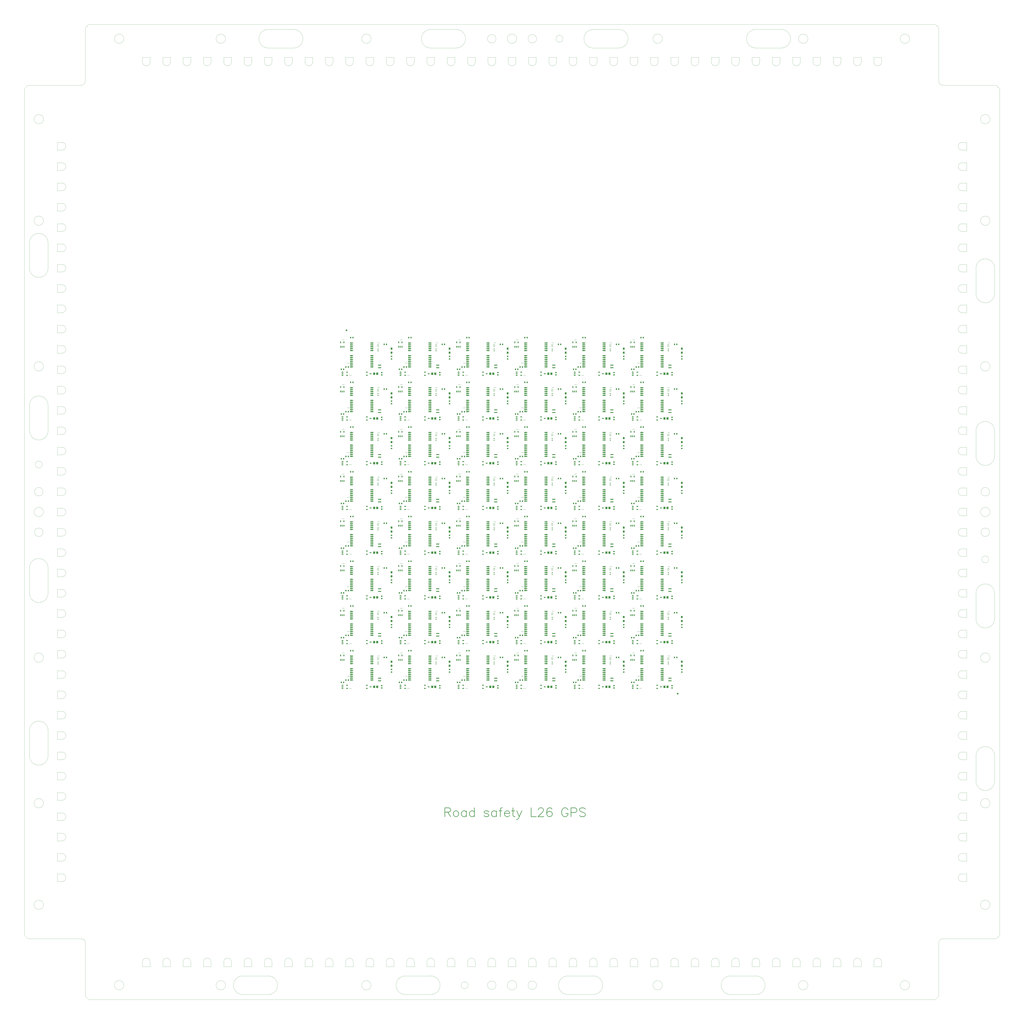
<source format=gbr>
G04 CAM350 V10.0.1 (Build 309) Date:  Wed May 18 17:38:44 2016 *
G04 Database: I:\9_Comet\Road safety L26 GPS\Road safety L26 GPS paste.cam *
G04 Layer 9: TextBottom *
%FSLAX24Y24*%
%MOMM*%
%SFA1.000B1.000*%

%MIA0B0*%
%IPPOS*%
%ADD71R,1.97898X0.57944*%
%ADD29C,1.00076*%
%ADD72R,0.78010X0.87916*%
%ADD73R,1.07982X1.22968*%
%ADD58R,0.48038X0.57944*%
%ADD59R,0.98076X0.53118*%
%ADD60C,0.30000*%
%ADD64R,0.53118X0.98076*%
%ADD65R,0.48038X0.27972*%
%ADD66R,0.87916X0.68104*%
%ADD67R,1.13062X0.57944*%
%ADD68R,1.17888X1.37954*%
%ADD69R,0.22000X0.58000*%
%ADD74R,0.87916X0.78010*%
%ADD75R,1.17888X0.78010*%
%ADD76R,1.58020X0.57944*%
%ADD136C,0.00000*%
%LNTextBottom*%
%LPD*%
G54D29*
X-977900Y1073150D03*
X977900Y-1073150D03*
G54D71*
X-782320Y-996823D03*
Y-981837D03*
G54D72*
X-966648Y-992784D03*
X-980643D03*
X-939444Y-819480D03*
X-953440D03*
X-755345Y-858977D03*
X-741350D03*
X-1008151Y-1006475D03*
X-994156D03*
G54D73*
X-711556Y-908279D03*
Y-884784D03*
G54D58*
X-791362Y-896976D03*
Y-886968D03*
G54D59*
X-1001141Y-1023188D03*
Y-1032688D03*
Y-1042187D03*
X-974141Y-1023188D03*
Y-1042187D03*
G54D64*
X-993242Y-846887D03*
X-1012241D03*
X-993242Y-873887D03*
X-1002741D03*
X-1012241D03*
G54D65*
X-791362Y-850468D03*
X-784352D03*
X-992962Y-833069D03*
X-999947D03*
X-957758Y-1042289D03*
X-950747D03*
X-963854Y-969975D03*
X-970839D03*
G54D66*
X-711556Y-945286D03*
Y-930275D03*
G54D67*
X-835101Y-1032586D03*
X-857606Y-1042086D03*
Y-1023087D03*
G54D68*
X-796188Y-1032510D03*
X-814172D03*
G54D69*
X-795350Y-869975D03*
X-791362D03*
X-787349D03*
X-795350Y-861974D03*
X-791362D03*
X-787349D03*
G54D74*
X-769341Y-1025474D03*
Y-1039470D03*
G54D75*
X-950189Y-958672D03*
Y-991692D03*
Y-980669D03*
Y-969670D03*
Y-947674D03*
Y-936676D03*
Y-925678D03*
Y-895680D03*
Y-884682D03*
Y-873684D03*
Y-862686D03*
Y-851687D03*
X-825449D03*
Y-862686D03*
Y-873684D03*
Y-884682D03*
Y-895680D03*
Y-925678D03*
Y-936676D03*
Y-947674D03*
Y-958672D03*
Y-969670D03*
Y-980669D03*
Y-991692D03*
G54D76*
X-946302D03*
Y-980669D03*
Y-969670D03*
Y-958672D03*
Y-947674D03*
Y-936676D03*
Y-925678D03*
Y-895680D03*
Y-884682D03*
Y-873684D03*
Y-862686D03*
Y-851687D03*
X-829462D03*
Y-862686D03*
Y-873684D03*
Y-884682D03*
Y-895680D03*
Y-925678D03*
Y-936676D03*
Y-947674D03*
Y-958672D03*
Y-969670D03*
Y-980669D03*
Y-991692D03*
G54D71*
X-439420Y-996823D03*
Y-981837D03*
G54D72*
X-623748Y-992784D03*
X-637743D03*
X-596544Y-819480D03*
X-610540D03*
X-412445Y-858977D03*
X-398450D03*
X-665251Y-1006475D03*
X-651256D03*
G54D73*
X-368656Y-908279D03*
Y-884784D03*
G54D58*
X-448462Y-896976D03*
Y-886968D03*
G54D59*
X-658241Y-1023188D03*
Y-1032688D03*
Y-1042187D03*
X-631241Y-1023188D03*
Y-1042187D03*
G54D64*
X-650342Y-846887D03*
X-669341D03*
X-650342Y-873887D03*
X-659841D03*
X-669341D03*
G54D65*
X-448462Y-850468D03*
X-441452D03*
X-650062Y-833069D03*
X-657047D03*
X-614858Y-1042289D03*
X-607847D03*
X-620954Y-969975D03*
X-627939D03*
G54D66*
X-368656Y-945286D03*
Y-930275D03*
G54D67*
X-492201Y-1032586D03*
X-514706Y-1042086D03*
Y-1023087D03*
G54D68*
X-453288Y-1032510D03*
X-471272D03*
G54D69*
X-452450Y-869975D03*
X-448462D03*
X-444449D03*
X-452450Y-861974D03*
X-448462D03*
X-444449D03*
G54D74*
X-426441Y-1025474D03*
Y-1039470D03*
G54D75*
X-607289Y-958672D03*
Y-991692D03*
Y-980669D03*
Y-969670D03*
Y-947674D03*
Y-936676D03*
Y-925678D03*
Y-895680D03*
Y-884682D03*
Y-873684D03*
Y-862686D03*
Y-851687D03*
X-482549D03*
Y-862686D03*
Y-873684D03*
Y-884682D03*
Y-895680D03*
Y-925678D03*
Y-936676D03*
Y-947674D03*
Y-958672D03*
Y-969670D03*
Y-980669D03*
Y-991692D03*
G54D76*
X-603402D03*
Y-980669D03*
Y-969670D03*
Y-958672D03*
Y-947674D03*
Y-936676D03*
Y-925678D03*
Y-895680D03*
Y-884682D03*
Y-873684D03*
Y-862686D03*
Y-851687D03*
X-486562D03*
Y-862686D03*
Y-873684D03*
Y-884682D03*
Y-895680D03*
Y-925678D03*
Y-936676D03*
Y-947674D03*
Y-958672D03*
Y-969670D03*
Y-980669D03*
Y-991692D03*
G54D71*
X-96520Y-996823D03*
Y-981837D03*
G54D72*
X-280848Y-992784D03*
X-294843D03*
X-253644Y-819480D03*
X-267640D03*
X-69545Y-858977D03*
X-55550D03*
X-322351Y-1006475D03*
X-308356D03*
G54D73*
X-25756Y-908279D03*
Y-884784D03*
G54D58*
X-105562Y-896976D03*
Y-886968D03*
G54D59*
X-315341Y-1023188D03*
Y-1032688D03*
Y-1042187D03*
X-288341Y-1023188D03*
Y-1042187D03*
G54D64*
X-307442Y-846887D03*
X-326441D03*
X-307442Y-873887D03*
X-316941D03*
X-326441D03*
G54D65*
X-105562Y-850468D03*
X-98552D03*
X-307162Y-833069D03*
X-314147D03*
X-271958Y-1042289D03*
X-264947D03*
X-278054Y-969975D03*
X-285039D03*
G54D66*
X-25756Y-945286D03*
Y-930275D03*
G54D67*
X-149301Y-1032586D03*
X-171806Y-1042086D03*
Y-1023087D03*
G54D68*
X-110388Y-1032510D03*
X-128372D03*
G54D69*
X-109550Y-869975D03*
X-105562D03*
X-101549D03*
X-109550Y-861974D03*
X-105562D03*
X-101549D03*
G54D74*
X-83541Y-1025474D03*
Y-1039470D03*
G54D75*
X-264389Y-958672D03*
Y-991692D03*
Y-980669D03*
Y-969670D03*
Y-947674D03*
Y-936676D03*
Y-925678D03*
Y-895680D03*
Y-884682D03*
Y-873684D03*
Y-862686D03*
Y-851687D03*
X-139649D03*
Y-862686D03*
Y-873684D03*
Y-884682D03*
Y-895680D03*
Y-925678D03*
Y-936676D03*
Y-947674D03*
Y-958672D03*
Y-969670D03*
Y-980669D03*
Y-991692D03*
G54D76*
X-260502D03*
Y-980669D03*
Y-969670D03*
Y-958672D03*
Y-947674D03*
Y-936676D03*
Y-925678D03*
Y-895680D03*
Y-884682D03*
Y-873684D03*
Y-862686D03*
Y-851687D03*
X-143662D03*
Y-862686D03*
Y-873684D03*
Y-884682D03*
Y-895680D03*
Y-925678D03*
Y-936676D03*
Y-947674D03*
Y-958672D03*
Y-969670D03*
Y-980669D03*
Y-991692D03*
G54D71*
X246380Y-996823D03*
Y-981837D03*
G54D72*
X62052Y-992784D03*
X48057D03*
X89256Y-819480D03*
X75260D03*
X273355Y-858977D03*
X287350D03*
X20549Y-1006475D03*
X34544D03*
G54D73*
X317144Y-908279D03*
Y-884784D03*
G54D58*
X237338Y-896976D03*
Y-886968D03*
G54D59*
X27559Y-1023188D03*
Y-1032688D03*
Y-1042187D03*
X54559Y-1023188D03*
Y-1042187D03*
G54D64*
X35458Y-846887D03*
X16459D03*
X35458Y-873887D03*
X25959D03*
X16459D03*
G54D65*
X237338Y-850468D03*
X244348D03*
X35738Y-833069D03*
X28753D03*
X70942Y-1042289D03*
X77953D03*
X64846Y-969975D03*
X57861D03*
G54D66*
X317144Y-945286D03*
Y-930275D03*
G54D67*
X193599Y-1032586D03*
X171094Y-1042086D03*
Y-1023087D03*
G54D68*
X232512Y-1032510D03*
X214528D03*
G54D69*
X233350Y-869975D03*
X237338D03*
X241351D03*
X233350Y-861974D03*
X237338D03*
X241351D03*
G54D74*
X259359Y-1025474D03*
Y-1039470D03*
G54D75*
X78511Y-958672D03*
Y-991692D03*
Y-980669D03*
Y-969670D03*
Y-947674D03*
Y-936676D03*
Y-925678D03*
Y-895680D03*
Y-884682D03*
Y-873684D03*
Y-862686D03*
Y-851687D03*
X203251D03*
Y-862686D03*
Y-873684D03*
Y-884682D03*
Y-895680D03*
Y-925678D03*
Y-936676D03*
Y-947674D03*
Y-958672D03*
Y-969670D03*
Y-980669D03*
Y-991692D03*
G54D76*
X82398D03*
Y-980669D03*
Y-969670D03*
Y-958672D03*
Y-947674D03*
Y-936676D03*
Y-925678D03*
Y-895680D03*
Y-884682D03*
Y-873684D03*
Y-862686D03*
Y-851687D03*
X199238D03*
Y-862686D03*
Y-873684D03*
Y-884682D03*
Y-895680D03*
Y-925678D03*
Y-936676D03*
Y-947674D03*
Y-958672D03*
Y-969670D03*
Y-980669D03*
Y-991692D03*
G54D71*
X589280Y-996823D03*
Y-981837D03*
G54D72*
X404952Y-992784D03*
X390957D03*
X432156Y-819480D03*
X418160D03*
X616255Y-858977D03*
X630250D03*
X363449Y-1006475D03*
X377444D03*
G54D73*
X660044Y-908279D03*
Y-884784D03*
G54D58*
X580238Y-896976D03*
Y-886968D03*
G54D59*
X370459Y-1023188D03*
Y-1032688D03*
Y-1042187D03*
X397459Y-1023188D03*
Y-1042187D03*
G54D64*
X378358Y-846887D03*
X359359D03*
X378358Y-873887D03*
X368859D03*
X359359D03*
G54D65*
X580238Y-850468D03*
X587248D03*
X378638Y-833069D03*
X371653D03*
X413842Y-1042289D03*
X420853D03*
X407746Y-969975D03*
X400761D03*
G54D66*
X660044Y-945286D03*
Y-930275D03*
G54D67*
X536499Y-1032586D03*
X513994Y-1042086D03*
Y-1023087D03*
G54D68*
X575412Y-1032510D03*
X557428D03*
G54D69*
X576250Y-869975D03*
X580238D03*
X584251D03*
X576250Y-861974D03*
X580238D03*
X584251D03*
G54D74*
X602259Y-1025474D03*
Y-1039470D03*
G54D75*
X421411Y-958672D03*
Y-991692D03*
Y-980669D03*
Y-969670D03*
Y-947674D03*
Y-936676D03*
Y-925678D03*
Y-895680D03*
Y-884682D03*
Y-873684D03*
Y-862686D03*
Y-851687D03*
X546151D03*
Y-862686D03*
Y-873684D03*
Y-884682D03*
Y-895680D03*
Y-925678D03*
Y-936676D03*
Y-947674D03*
Y-958672D03*
Y-969670D03*
Y-980669D03*
Y-991692D03*
G54D76*
X425298D03*
Y-980669D03*
Y-969670D03*
Y-958672D03*
Y-947674D03*
Y-936676D03*
Y-925678D03*
Y-895680D03*
Y-884682D03*
Y-873684D03*
Y-862686D03*
Y-851687D03*
X542138D03*
Y-862686D03*
Y-873684D03*
Y-884682D03*
Y-895680D03*
Y-925678D03*
Y-936676D03*
Y-947674D03*
Y-958672D03*
Y-969670D03*
Y-980669D03*
Y-991692D03*
G54D71*
X932180Y-996823D03*
Y-981837D03*
G54D72*
X747852Y-992784D03*
X733857D03*
X775056Y-819480D03*
X761060D03*
X959155Y-858977D03*
X973150D03*
X706349Y-1006475D03*
X720344D03*
G54D73*
X1002944Y-908279D03*
Y-884784D03*
G54D58*
X923138Y-896976D03*
Y-886968D03*
G54D59*
X713359Y-1023188D03*
Y-1032688D03*
Y-1042187D03*
X740359Y-1023188D03*
Y-1042187D03*
G54D64*
X721258Y-846887D03*
X702259D03*
X721258Y-873887D03*
X711759D03*
X702259D03*
G54D65*
X923138Y-850468D03*
X930148D03*
X721538Y-833069D03*
X714553D03*
X756742Y-1042289D03*
X763753D03*
X750646Y-969975D03*
X743661D03*
G54D66*
X1002944Y-945286D03*
Y-930275D03*
G54D67*
X879399Y-1032586D03*
X856894Y-1042086D03*
Y-1023087D03*
G54D68*
X918312Y-1032510D03*
X900328D03*
G54D69*
X919150Y-869975D03*
X923138D03*
X927151D03*
X919150Y-861974D03*
X923138D03*
X927151D03*
G54D74*
X945159Y-1025474D03*
Y-1039470D03*
G54D75*
X764311Y-958672D03*
Y-991692D03*
Y-980669D03*
Y-969670D03*
Y-947674D03*
Y-936676D03*
Y-925678D03*
Y-895680D03*
Y-884682D03*
Y-873684D03*
Y-862686D03*
Y-851687D03*
X889051D03*
Y-862686D03*
Y-873684D03*
Y-884682D03*
Y-895680D03*
Y-925678D03*
Y-936676D03*
Y-947674D03*
Y-958672D03*
Y-969670D03*
Y-980669D03*
Y-991692D03*
G54D76*
X768198D03*
Y-980669D03*
Y-969670D03*
Y-958672D03*
Y-947674D03*
Y-936676D03*
Y-925678D03*
Y-895680D03*
Y-884682D03*
Y-873684D03*
Y-862686D03*
Y-851687D03*
X885038D03*
Y-862686D03*
Y-873684D03*
Y-884682D03*
Y-895680D03*
Y-925678D03*
Y-936676D03*
Y-947674D03*
Y-958672D03*
Y-969670D03*
Y-980669D03*
Y-991692D03*
G54D71*
X-782320Y-732663D03*
Y-717677D03*
G54D72*
X-966648Y-728624D03*
X-980643D03*
X-939444Y-555320D03*
X-953440D03*
X-755345Y-594817D03*
X-741350D03*
X-1008151Y-742315D03*
X-994156D03*
G54D73*
X-711556Y-644119D03*
Y-620624D03*
G54D58*
X-791362Y-632816D03*
Y-622808D03*
G54D59*
X-1001141Y-759028D03*
Y-768528D03*
Y-778027D03*
X-974141Y-759028D03*
Y-778027D03*
G54D64*
X-993242Y-582727D03*
X-1012241D03*
X-993242Y-609727D03*
X-1002741D03*
X-1012241D03*
G54D65*
X-791362Y-586308D03*
X-784352D03*
X-992962Y-568909D03*
X-999947D03*
X-957758Y-778129D03*
X-950747D03*
X-963854Y-705815D03*
X-970839D03*
G54D66*
X-711556Y-681126D03*
Y-666115D03*
G54D67*
X-835101Y-768426D03*
X-857606Y-777926D03*
Y-758927D03*
G54D68*
X-796188Y-768350D03*
X-814172D03*
G54D69*
X-795350Y-605815D03*
X-791362D03*
X-787349D03*
X-795350Y-597814D03*
X-791362D03*
X-787349D03*
G54D74*
X-769341Y-761314D03*
Y-775310D03*
G54D75*
X-950189Y-694512D03*
Y-727532D03*
Y-716509D03*
Y-705510D03*
Y-683514D03*
Y-672516D03*
Y-661518D03*
Y-631520D03*
Y-620522D03*
Y-609524D03*
Y-598526D03*
Y-587527D03*
X-825449D03*
Y-598526D03*
Y-609524D03*
Y-620522D03*
Y-631520D03*
Y-661518D03*
Y-672516D03*
Y-683514D03*
Y-694512D03*
Y-705510D03*
Y-716509D03*
Y-727532D03*
G54D76*
X-946302D03*
Y-716509D03*
Y-705510D03*
Y-694512D03*
Y-683514D03*
Y-672516D03*
Y-661518D03*
Y-631520D03*
Y-620522D03*
Y-609524D03*
Y-598526D03*
Y-587527D03*
X-829462D03*
Y-598526D03*
Y-609524D03*
Y-620522D03*
Y-631520D03*
Y-661518D03*
Y-672516D03*
Y-683514D03*
Y-694512D03*
Y-705510D03*
Y-716509D03*
Y-727532D03*
G54D71*
X-439420Y-732663D03*
Y-717677D03*
G54D72*
X-623748Y-728624D03*
X-637743D03*
X-596544Y-555320D03*
X-610540D03*
X-412445Y-594817D03*
X-398450D03*
X-665251Y-742315D03*
X-651256D03*
G54D73*
X-368656Y-644119D03*
Y-620624D03*
G54D58*
X-448462Y-632816D03*
Y-622808D03*
G54D59*
X-658241Y-759028D03*
Y-768528D03*
Y-778027D03*
X-631241Y-759028D03*
Y-778027D03*
G54D64*
X-650342Y-582727D03*
X-669341D03*
X-650342Y-609727D03*
X-659841D03*
X-669341D03*
G54D65*
X-448462Y-586308D03*
X-441452D03*
X-650062Y-568909D03*
X-657047D03*
X-614858Y-778129D03*
X-607847D03*
X-620954Y-705815D03*
X-627939D03*
G54D66*
X-368656Y-681126D03*
Y-666115D03*
G54D67*
X-492201Y-768426D03*
X-514706Y-777926D03*
Y-758927D03*
G54D68*
X-453288Y-768350D03*
X-471272D03*
G54D69*
X-452450Y-605815D03*
X-448462D03*
X-444449D03*
X-452450Y-597814D03*
X-448462D03*
X-444449D03*
G54D74*
X-426441Y-761314D03*
Y-775310D03*
G54D75*
X-607289Y-694512D03*
Y-727532D03*
Y-716509D03*
Y-705510D03*
Y-683514D03*
Y-672516D03*
Y-661518D03*
Y-631520D03*
Y-620522D03*
Y-609524D03*
Y-598526D03*
Y-587527D03*
X-482549D03*
Y-598526D03*
Y-609524D03*
Y-620522D03*
Y-631520D03*
Y-661518D03*
Y-672516D03*
Y-683514D03*
Y-694512D03*
Y-705510D03*
Y-716509D03*
Y-727532D03*
G54D76*
X-603402D03*
Y-716509D03*
Y-705510D03*
Y-694512D03*
Y-683514D03*
Y-672516D03*
Y-661518D03*
Y-631520D03*
Y-620522D03*
Y-609524D03*
Y-598526D03*
Y-587527D03*
X-486562D03*
Y-598526D03*
Y-609524D03*
Y-620522D03*
Y-631520D03*
Y-661518D03*
Y-672516D03*
Y-683514D03*
Y-694512D03*
Y-705510D03*
Y-716509D03*
Y-727532D03*
G54D71*
X-96520Y-732663D03*
Y-717677D03*
G54D72*
X-280848Y-728624D03*
X-294843D03*
X-253644Y-555320D03*
X-267640D03*
X-69545Y-594817D03*
X-55550D03*
X-322351Y-742315D03*
X-308356D03*
G54D73*
X-25756Y-644119D03*
Y-620624D03*
G54D58*
X-105562Y-632816D03*
Y-622808D03*
G54D59*
X-315341Y-759028D03*
Y-768528D03*
Y-778027D03*
X-288341Y-759028D03*
Y-778027D03*
G54D64*
X-307442Y-582727D03*
X-326441D03*
X-307442Y-609727D03*
X-316941D03*
X-326441D03*
G54D65*
X-105562Y-586308D03*
X-98552D03*
X-307162Y-568909D03*
X-314147D03*
X-271958Y-778129D03*
X-264947D03*
X-278054Y-705815D03*
X-285039D03*
G54D66*
X-25756Y-681126D03*
Y-666115D03*
G54D67*
X-149301Y-768426D03*
X-171806Y-777926D03*
Y-758927D03*
G54D68*
X-110388Y-768350D03*
X-128372D03*
G54D69*
X-109550Y-605815D03*
X-105562D03*
X-101549D03*
X-109550Y-597814D03*
X-105562D03*
X-101549D03*
G54D74*
X-83541Y-761314D03*
Y-775310D03*
G54D75*
X-264389Y-694512D03*
Y-727532D03*
Y-716509D03*
Y-705510D03*
Y-683514D03*
Y-672516D03*
Y-661518D03*
Y-631520D03*
Y-620522D03*
Y-609524D03*
Y-598526D03*
Y-587527D03*
X-139649D03*
Y-598526D03*
Y-609524D03*
Y-620522D03*
Y-631520D03*
Y-661518D03*
Y-672516D03*
Y-683514D03*
Y-694512D03*
Y-705510D03*
Y-716509D03*
Y-727532D03*
G54D76*
X-260502D03*
Y-716509D03*
Y-705510D03*
Y-694512D03*
Y-683514D03*
Y-672516D03*
Y-661518D03*
Y-631520D03*
Y-620522D03*
Y-609524D03*
Y-598526D03*
Y-587527D03*
X-143662D03*
Y-598526D03*
Y-609524D03*
Y-620522D03*
Y-631520D03*
Y-661518D03*
Y-672516D03*
Y-683514D03*
Y-694512D03*
Y-705510D03*
Y-716509D03*
Y-727532D03*
G54D71*
X246380Y-732663D03*
Y-717677D03*
G54D72*
X62052Y-728624D03*
X48057D03*
X89256Y-555320D03*
X75260D03*
X273355Y-594817D03*
X287350D03*
X20549Y-742315D03*
X34544D03*
G54D73*
X317144Y-644119D03*
Y-620624D03*
G54D58*
X237338Y-632816D03*
Y-622808D03*
G54D59*
X27559Y-759028D03*
Y-768528D03*
Y-778027D03*
X54559Y-759028D03*
Y-778027D03*
G54D64*
X35458Y-582727D03*
X16459D03*
X35458Y-609727D03*
X25959D03*
X16459D03*
G54D65*
X237338Y-586308D03*
X244348D03*
X35738Y-568909D03*
X28753D03*
X70942Y-778129D03*
X77953D03*
X64846Y-705815D03*
X57861D03*
G54D66*
X317144Y-681126D03*
Y-666115D03*
G54D67*
X193599Y-768426D03*
X171094Y-777926D03*
Y-758927D03*
G54D68*
X232512Y-768350D03*
X214528D03*
G54D69*
X233350Y-605815D03*
X237338D03*
X241351D03*
X233350Y-597814D03*
X237338D03*
X241351D03*
G54D74*
X259359Y-761314D03*
Y-775310D03*
G54D75*
X78511Y-694512D03*
Y-727532D03*
Y-716509D03*
Y-705510D03*
Y-683514D03*
Y-672516D03*
Y-661518D03*
Y-631520D03*
Y-620522D03*
Y-609524D03*
Y-598526D03*
Y-587527D03*
X203251D03*
Y-598526D03*
Y-609524D03*
Y-620522D03*
Y-631520D03*
Y-661518D03*
Y-672516D03*
Y-683514D03*
Y-694512D03*
Y-705510D03*
Y-716509D03*
Y-727532D03*
G54D76*
X82398D03*
Y-716509D03*
Y-705510D03*
Y-694512D03*
Y-683514D03*
Y-672516D03*
Y-661518D03*
Y-631520D03*
Y-620522D03*
Y-609524D03*
Y-598526D03*
Y-587527D03*
X199238D03*
Y-598526D03*
Y-609524D03*
Y-620522D03*
Y-631520D03*
Y-661518D03*
Y-672516D03*
Y-683514D03*
Y-694512D03*
Y-705510D03*
Y-716509D03*
Y-727532D03*
G54D71*
X589280Y-732663D03*
Y-717677D03*
G54D72*
X404952Y-728624D03*
X390957D03*
X432156Y-555320D03*
X418160D03*
X616255Y-594817D03*
X630250D03*
X363449Y-742315D03*
X377444D03*
G54D73*
X660044Y-644119D03*
Y-620624D03*
G54D58*
X580238Y-632816D03*
Y-622808D03*
G54D59*
X370459Y-759028D03*
Y-768528D03*
Y-778027D03*
X397459Y-759028D03*
Y-778027D03*
G54D64*
X378358Y-582727D03*
X359359D03*
X378358Y-609727D03*
X368859D03*
X359359D03*
G54D65*
X580238Y-586308D03*
X587248D03*
X378638Y-568909D03*
X371653D03*
X413842Y-778129D03*
X420853D03*
X407746Y-705815D03*
X400761D03*
G54D66*
X660044Y-681126D03*
Y-666115D03*
G54D67*
X536499Y-768426D03*
X513994Y-777926D03*
Y-758927D03*
G54D68*
X575412Y-768350D03*
X557428D03*
G54D69*
X576250Y-605815D03*
X580238D03*
X584251D03*
X576250Y-597814D03*
X580238D03*
X584251D03*
G54D74*
X602259Y-761314D03*
Y-775310D03*
G54D75*
X421411Y-694512D03*
Y-727532D03*
Y-716509D03*
Y-705510D03*
Y-683514D03*
Y-672516D03*
Y-661518D03*
Y-631520D03*
Y-620522D03*
Y-609524D03*
Y-598526D03*
Y-587527D03*
X546151D03*
Y-598526D03*
Y-609524D03*
Y-620522D03*
Y-631520D03*
Y-661518D03*
Y-672516D03*
Y-683514D03*
Y-694512D03*
Y-705510D03*
Y-716509D03*
Y-727532D03*
G54D76*
X425298D03*
Y-716509D03*
Y-705510D03*
Y-694512D03*
Y-683514D03*
Y-672516D03*
Y-661518D03*
Y-631520D03*
Y-620522D03*
Y-609524D03*
Y-598526D03*
Y-587527D03*
X542138D03*
Y-598526D03*
Y-609524D03*
Y-620522D03*
Y-631520D03*
Y-661518D03*
Y-672516D03*
Y-683514D03*
Y-694512D03*
Y-705510D03*
Y-716509D03*
Y-727532D03*
G54D71*
X932180Y-732663D03*
Y-717677D03*
G54D72*
X747852Y-728624D03*
X733857D03*
X775056Y-555320D03*
X761060D03*
X959155Y-594817D03*
X973150D03*
X706349Y-742315D03*
X720344D03*
G54D73*
X1002944Y-644119D03*
Y-620624D03*
G54D58*
X923138Y-632816D03*
Y-622808D03*
G54D59*
X713359Y-759028D03*
Y-768528D03*
Y-778027D03*
X740359Y-759028D03*
Y-778027D03*
G54D64*
X721258Y-582727D03*
X702259D03*
X721258Y-609727D03*
X711759D03*
X702259D03*
G54D65*
X923138Y-586308D03*
X930148D03*
X721538Y-568909D03*
X714553D03*
X756742Y-778129D03*
X763753D03*
X750646Y-705815D03*
X743661D03*
G54D66*
X1002944Y-681126D03*
Y-666115D03*
G54D67*
X879399Y-768426D03*
X856894Y-777926D03*
Y-758927D03*
G54D68*
X918312Y-768350D03*
X900328D03*
G54D69*
X919150Y-605815D03*
X923138D03*
X927151D03*
X919150Y-597814D03*
X923138D03*
X927151D03*
G54D74*
X945159Y-761314D03*
Y-775310D03*
G54D75*
X764311Y-694512D03*
Y-727532D03*
Y-716509D03*
Y-705510D03*
Y-683514D03*
Y-672516D03*
Y-661518D03*
Y-631520D03*
Y-620522D03*
Y-609524D03*
Y-598526D03*
Y-587527D03*
X889051D03*
Y-598526D03*
Y-609524D03*
Y-620522D03*
Y-631520D03*
Y-661518D03*
Y-672516D03*
Y-683514D03*
Y-694512D03*
Y-705510D03*
Y-716509D03*
Y-727532D03*
G54D76*
X768198D03*
Y-716509D03*
Y-705510D03*
Y-694512D03*
Y-683514D03*
Y-672516D03*
Y-661518D03*
Y-631520D03*
Y-620522D03*
Y-609524D03*
Y-598526D03*
Y-587527D03*
X885038D03*
Y-598526D03*
Y-609524D03*
Y-620522D03*
Y-631520D03*
Y-661518D03*
Y-672516D03*
Y-683514D03*
Y-694512D03*
Y-705510D03*
Y-716509D03*
Y-727532D03*
G54D71*
X-782320Y-468503D03*
Y-453517D03*
G54D72*
X-966648Y-464464D03*
X-980643D03*
X-939444Y-291160D03*
X-953440D03*
X-755345Y-330657D03*
X-741350D03*
X-1008151Y-478155D03*
X-994156D03*
G54D73*
X-711556Y-379959D03*
Y-356464D03*
G54D58*
X-791362Y-368656D03*
Y-358648D03*
G54D59*
X-1001141Y-494868D03*
Y-504368D03*
Y-513867D03*
X-974141Y-494868D03*
Y-513867D03*
G54D64*
X-993242Y-318567D03*
X-1012241D03*
X-993242Y-345567D03*
X-1002741D03*
X-1012241D03*
G54D65*
X-791362Y-322148D03*
X-784352D03*
X-992962Y-304749D03*
X-999947D03*
X-957758Y-513969D03*
X-950747D03*
X-963854Y-441655D03*
X-970839D03*
G54D66*
X-711556Y-416966D03*
Y-401955D03*
G54D67*
X-835101Y-504266D03*
X-857606Y-513766D03*
Y-494767D03*
G54D68*
X-796188Y-504190D03*
X-814172D03*
G54D69*
X-795350Y-341655D03*
X-791362D03*
X-787349D03*
X-795350Y-333654D03*
X-791362D03*
X-787349D03*
G54D74*
X-769341Y-497154D03*
Y-511150D03*
G54D75*
X-950189Y-430352D03*
Y-463372D03*
Y-452349D03*
Y-441350D03*
Y-419354D03*
Y-408356D03*
Y-397358D03*
Y-367360D03*
Y-356362D03*
Y-345364D03*
Y-334366D03*
Y-323367D03*
X-825449D03*
Y-334366D03*
Y-345364D03*
Y-356362D03*
Y-367360D03*
Y-397358D03*
Y-408356D03*
Y-419354D03*
Y-430352D03*
Y-441350D03*
Y-452349D03*
Y-463372D03*
G54D76*
X-946302D03*
Y-452349D03*
Y-441350D03*
Y-430352D03*
Y-419354D03*
Y-408356D03*
Y-397358D03*
Y-367360D03*
Y-356362D03*
Y-345364D03*
Y-334366D03*
Y-323367D03*
X-829462D03*
Y-334366D03*
Y-345364D03*
Y-356362D03*
Y-367360D03*
Y-397358D03*
Y-408356D03*
Y-419354D03*
Y-430352D03*
Y-441350D03*
Y-452349D03*
Y-463372D03*
G54D71*
X-439420Y-468503D03*
Y-453517D03*
G54D72*
X-623748Y-464464D03*
X-637743D03*
X-596544Y-291160D03*
X-610540D03*
X-412445Y-330657D03*
X-398450D03*
X-665251Y-478155D03*
X-651256D03*
G54D73*
X-368656Y-379959D03*
Y-356464D03*
G54D58*
X-448462Y-368656D03*
Y-358648D03*
G54D59*
X-658241Y-494868D03*
Y-504368D03*
Y-513867D03*
X-631241Y-494868D03*
Y-513867D03*
G54D64*
X-650342Y-318567D03*
X-669341D03*
X-650342Y-345567D03*
X-659841D03*
X-669341D03*
G54D65*
X-448462Y-322148D03*
X-441452D03*
X-650062Y-304749D03*
X-657047D03*
X-614858Y-513969D03*
X-607847D03*
X-620954Y-441655D03*
X-627939D03*
G54D66*
X-368656Y-416966D03*
Y-401955D03*
G54D67*
X-492201Y-504266D03*
X-514706Y-513766D03*
Y-494767D03*
G54D68*
X-453288Y-504190D03*
X-471272D03*
G54D69*
X-452450Y-341655D03*
X-448462D03*
X-444449D03*
X-452450Y-333654D03*
X-448462D03*
X-444449D03*
G54D74*
X-426441Y-497154D03*
Y-511150D03*
G54D75*
X-607289Y-430352D03*
Y-463372D03*
Y-452349D03*
Y-441350D03*
Y-419354D03*
Y-408356D03*
Y-397358D03*
Y-367360D03*
Y-356362D03*
Y-345364D03*
Y-334366D03*
Y-323367D03*
X-482549D03*
Y-334366D03*
Y-345364D03*
Y-356362D03*
Y-367360D03*
Y-397358D03*
Y-408356D03*
Y-419354D03*
Y-430352D03*
Y-441350D03*
Y-452349D03*
Y-463372D03*
G54D76*
X-603402D03*
Y-452349D03*
Y-441350D03*
Y-430352D03*
Y-419354D03*
Y-408356D03*
Y-397358D03*
Y-367360D03*
Y-356362D03*
Y-345364D03*
Y-334366D03*
Y-323367D03*
X-486562D03*
Y-334366D03*
Y-345364D03*
Y-356362D03*
Y-367360D03*
Y-397358D03*
Y-408356D03*
Y-419354D03*
Y-430352D03*
Y-441350D03*
Y-452349D03*
Y-463372D03*
G54D71*
X-96520Y-468503D03*
Y-453517D03*
G54D72*
X-280848Y-464464D03*
X-294843D03*
X-253644Y-291160D03*
X-267640D03*
X-69545Y-330657D03*
X-55550D03*
X-322351Y-478155D03*
X-308356D03*
G54D73*
X-25756Y-379959D03*
Y-356464D03*
G54D58*
X-105562Y-368656D03*
Y-358648D03*
G54D59*
X-315341Y-494868D03*
Y-504368D03*
Y-513867D03*
X-288341Y-494868D03*
Y-513867D03*
G54D64*
X-307442Y-318567D03*
X-326441D03*
X-307442Y-345567D03*
X-316941D03*
X-326441D03*
G54D65*
X-105562Y-322148D03*
X-98552D03*
X-307162Y-304749D03*
X-314147D03*
X-271958Y-513969D03*
X-264947D03*
X-278054Y-441655D03*
X-285039D03*
G54D66*
X-25756Y-416966D03*
Y-401955D03*
G54D67*
X-149301Y-504266D03*
X-171806Y-513766D03*
Y-494767D03*
G54D68*
X-110388Y-504190D03*
X-128372D03*
G54D69*
X-109550Y-341655D03*
X-105562D03*
X-101549D03*
X-109550Y-333654D03*
X-105562D03*
X-101549D03*
G54D74*
X-83541Y-497154D03*
Y-511150D03*
G54D75*
X-264389Y-430352D03*
Y-463372D03*
Y-452349D03*
Y-441350D03*
Y-419354D03*
Y-408356D03*
Y-397358D03*
Y-367360D03*
Y-356362D03*
Y-345364D03*
Y-334366D03*
Y-323367D03*
X-139649D03*
Y-334366D03*
Y-345364D03*
Y-356362D03*
Y-367360D03*
Y-397358D03*
Y-408356D03*
Y-419354D03*
Y-430352D03*
Y-441350D03*
Y-452349D03*
Y-463372D03*
G54D76*
X-260502D03*
Y-452349D03*
Y-441350D03*
Y-430352D03*
Y-419354D03*
Y-408356D03*
Y-397358D03*
Y-367360D03*
Y-356362D03*
Y-345364D03*
Y-334366D03*
Y-323367D03*
X-143662D03*
Y-334366D03*
Y-345364D03*
Y-356362D03*
Y-367360D03*
Y-397358D03*
Y-408356D03*
Y-419354D03*
Y-430352D03*
Y-441350D03*
Y-452349D03*
Y-463372D03*
G54D71*
X246380Y-468503D03*
Y-453517D03*
G54D72*
X62052Y-464464D03*
X48057D03*
X89256Y-291160D03*
X75260D03*
X273355Y-330657D03*
X287350D03*
X20549Y-478155D03*
X34544D03*
G54D73*
X317144Y-379959D03*
Y-356464D03*
G54D58*
X237338Y-368656D03*
Y-358648D03*
G54D59*
X27559Y-494868D03*
Y-504368D03*
Y-513867D03*
X54559Y-494868D03*
Y-513867D03*
G54D64*
X35458Y-318567D03*
X16459D03*
X35458Y-345567D03*
X25959D03*
X16459D03*
G54D65*
X237338Y-322148D03*
X244348D03*
X35738Y-304749D03*
X28753D03*
X70942Y-513969D03*
X77953D03*
X64846Y-441655D03*
X57861D03*
G54D66*
X317144Y-416966D03*
Y-401955D03*
G54D67*
X193599Y-504266D03*
X171094Y-513766D03*
Y-494767D03*
G54D68*
X232512Y-504190D03*
X214528D03*
G54D69*
X233350Y-341655D03*
X237338D03*
X241351D03*
X233350Y-333654D03*
X237338D03*
X241351D03*
G54D74*
X259359Y-497154D03*
Y-511150D03*
G54D75*
X78511Y-430352D03*
Y-463372D03*
Y-452349D03*
Y-441350D03*
Y-419354D03*
Y-408356D03*
Y-397358D03*
Y-367360D03*
Y-356362D03*
Y-345364D03*
Y-334366D03*
Y-323367D03*
X203251D03*
Y-334366D03*
Y-345364D03*
Y-356362D03*
Y-367360D03*
Y-397358D03*
Y-408356D03*
Y-419354D03*
Y-430352D03*
Y-441350D03*
Y-452349D03*
Y-463372D03*
G54D76*
X82398D03*
Y-452349D03*
Y-441350D03*
Y-430352D03*
Y-419354D03*
Y-408356D03*
Y-397358D03*
Y-367360D03*
Y-356362D03*
Y-345364D03*
Y-334366D03*
Y-323367D03*
X199238D03*
Y-334366D03*
Y-345364D03*
Y-356362D03*
Y-367360D03*
Y-397358D03*
Y-408356D03*
Y-419354D03*
Y-430352D03*
Y-441350D03*
Y-452349D03*
Y-463372D03*
G54D71*
X589280Y-468503D03*
Y-453517D03*
G54D72*
X404952Y-464464D03*
X390957D03*
X432156Y-291160D03*
X418160D03*
X616255Y-330657D03*
X630250D03*
X363449Y-478155D03*
X377444D03*
G54D73*
X660044Y-379959D03*
Y-356464D03*
G54D58*
X580238Y-368656D03*
Y-358648D03*
G54D59*
X370459Y-494868D03*
Y-504368D03*
Y-513867D03*
X397459Y-494868D03*
Y-513867D03*
G54D64*
X378358Y-318567D03*
X359359D03*
X378358Y-345567D03*
X368859D03*
X359359D03*
G54D65*
X580238Y-322148D03*
X587248D03*
X378638Y-304749D03*
X371653D03*
X413842Y-513969D03*
X420853D03*
X407746Y-441655D03*
X400761D03*
G54D66*
X660044Y-416966D03*
Y-401955D03*
G54D67*
X536499Y-504266D03*
X513994Y-513766D03*
Y-494767D03*
G54D68*
X575412Y-504190D03*
X557428D03*
G54D69*
X576250Y-341655D03*
X580238D03*
X584251D03*
X576250Y-333654D03*
X580238D03*
X584251D03*
G54D74*
X602259Y-497154D03*
Y-511150D03*
G54D75*
X421411Y-430352D03*
Y-463372D03*
Y-452349D03*
Y-441350D03*
Y-419354D03*
Y-408356D03*
Y-397358D03*
Y-367360D03*
Y-356362D03*
Y-345364D03*
Y-334366D03*
Y-323367D03*
X546151D03*
Y-334366D03*
Y-345364D03*
Y-356362D03*
Y-367360D03*
Y-397358D03*
Y-408356D03*
Y-419354D03*
Y-430352D03*
Y-441350D03*
Y-452349D03*
Y-463372D03*
G54D76*
X425298D03*
Y-452349D03*
Y-441350D03*
Y-430352D03*
Y-419354D03*
Y-408356D03*
Y-397358D03*
Y-367360D03*
Y-356362D03*
Y-345364D03*
Y-334366D03*
Y-323367D03*
X542138D03*
Y-334366D03*
Y-345364D03*
Y-356362D03*
Y-367360D03*
Y-397358D03*
Y-408356D03*
Y-419354D03*
Y-430352D03*
Y-441350D03*
Y-452349D03*
Y-463372D03*
G54D71*
X932180Y-468503D03*
Y-453517D03*
G54D72*
X747852Y-464464D03*
X733857D03*
X775056Y-291160D03*
X761060D03*
X959155Y-330657D03*
X973150D03*
X706349Y-478155D03*
X720344D03*
G54D73*
X1002944Y-379959D03*
Y-356464D03*
G54D58*
X923138Y-368656D03*
Y-358648D03*
G54D59*
X713359Y-494868D03*
Y-504368D03*
Y-513867D03*
X740359Y-494868D03*
Y-513867D03*
G54D64*
X721258Y-318567D03*
X702259D03*
X721258Y-345567D03*
X711759D03*
X702259D03*
G54D65*
X923138Y-322148D03*
X930148D03*
X721538Y-304749D03*
X714553D03*
X756742Y-513969D03*
X763753D03*
X750646Y-441655D03*
X743661D03*
G54D66*
X1002944Y-416966D03*
Y-401955D03*
G54D67*
X879399Y-504266D03*
X856894Y-513766D03*
Y-494767D03*
G54D68*
X918312Y-504190D03*
X900328D03*
G54D69*
X919150Y-341655D03*
X923138D03*
X927151D03*
X919150Y-333654D03*
X923138D03*
X927151D03*
G54D74*
X945159Y-497154D03*
Y-511150D03*
G54D75*
X764311Y-430352D03*
Y-463372D03*
Y-452349D03*
Y-441350D03*
Y-419354D03*
Y-408356D03*
Y-397358D03*
Y-367360D03*
Y-356362D03*
Y-345364D03*
Y-334366D03*
Y-323367D03*
X889051D03*
Y-334366D03*
Y-345364D03*
Y-356362D03*
Y-367360D03*
Y-397358D03*
Y-408356D03*
Y-419354D03*
Y-430352D03*
Y-441350D03*
Y-452349D03*
Y-463372D03*
G54D76*
X768198D03*
Y-452349D03*
Y-441350D03*
Y-430352D03*
Y-419354D03*
Y-408356D03*
Y-397358D03*
Y-367360D03*
Y-356362D03*
Y-345364D03*
Y-334366D03*
Y-323367D03*
X885038D03*
Y-334366D03*
Y-345364D03*
Y-356362D03*
Y-367360D03*
Y-397358D03*
Y-408356D03*
Y-419354D03*
Y-430352D03*
Y-441350D03*
Y-452349D03*
Y-463372D03*
G54D71*
X-782320Y-204343D03*
Y-189357D03*
G54D72*
X-966648Y-200304D03*
X-980643D03*
X-939444Y-27000D03*
X-953440D03*
X-755345Y-66497D03*
X-741350D03*
X-1008151Y-213995D03*
X-994156D03*
G54D73*
X-711556Y-115799D03*
Y-92304D03*
G54D58*
X-791362Y-104496D03*
Y-94488D03*
G54D59*
X-1001141Y-230708D03*
Y-240208D03*
Y-249707D03*
X-974141Y-230708D03*
Y-249707D03*
G54D64*
X-993242Y-54407D03*
X-1012241D03*
X-993242Y-81407D03*
X-1002741D03*
X-1012241D03*
G54D65*
X-791362Y-57988D03*
X-784352D03*
X-992962Y-40589D03*
X-999947D03*
X-957758Y-249809D03*
X-950747D03*
X-963854Y-177495D03*
X-970839D03*
G54D66*
X-711556Y-152806D03*
Y-137795D03*
G54D67*
X-835101Y-240106D03*
X-857606Y-249606D03*
Y-230607D03*
G54D68*
X-796188Y-240030D03*
X-814172D03*
G54D69*
X-795350Y-77495D03*
X-791362D03*
X-787349D03*
X-795350Y-69494D03*
X-791362D03*
X-787349D03*
G54D74*
X-769341Y-232994D03*
Y-246990D03*
G54D75*
X-950189Y-166192D03*
Y-199212D03*
Y-188189D03*
Y-177190D03*
Y-155194D03*
Y-144196D03*
Y-133198D03*
Y-103200D03*
Y-92202D03*
Y-81204D03*
Y-70206D03*
Y-59207D03*
X-825449D03*
Y-70206D03*
Y-81204D03*
Y-92202D03*
Y-103200D03*
Y-133198D03*
Y-144196D03*
Y-155194D03*
Y-166192D03*
Y-177190D03*
Y-188189D03*
Y-199212D03*
G54D76*
X-946302D03*
Y-188189D03*
Y-177190D03*
Y-166192D03*
Y-155194D03*
Y-144196D03*
Y-133198D03*
Y-103200D03*
Y-92202D03*
Y-81204D03*
Y-70206D03*
Y-59207D03*
X-829462D03*
Y-70206D03*
Y-81204D03*
Y-92202D03*
Y-103200D03*
Y-133198D03*
Y-144196D03*
Y-155194D03*
Y-166192D03*
Y-177190D03*
Y-188189D03*
Y-199212D03*
G54D71*
X-439420Y-204343D03*
Y-189357D03*
G54D72*
X-623748Y-200304D03*
X-637743D03*
X-596544Y-27000D03*
X-610540D03*
X-412445Y-66497D03*
X-398450D03*
X-665251Y-213995D03*
X-651256D03*
G54D73*
X-368656Y-115799D03*
Y-92304D03*
G54D58*
X-448462Y-104496D03*
Y-94488D03*
G54D59*
X-658241Y-230708D03*
Y-240208D03*
Y-249707D03*
X-631241Y-230708D03*
Y-249707D03*
G54D64*
X-650342Y-54407D03*
X-669341D03*
X-650342Y-81407D03*
X-659841D03*
X-669341D03*
G54D65*
X-448462Y-57988D03*
X-441452D03*
X-650062Y-40589D03*
X-657047D03*
X-614858Y-249809D03*
X-607847D03*
X-620954Y-177495D03*
X-627939D03*
G54D66*
X-368656Y-152806D03*
Y-137795D03*
G54D67*
X-492201Y-240106D03*
X-514706Y-249606D03*
Y-230607D03*
G54D68*
X-453288Y-240030D03*
X-471272D03*
G54D69*
X-452450Y-77495D03*
X-448462D03*
X-444449D03*
X-452450Y-69494D03*
X-448462D03*
X-444449D03*
G54D74*
X-426441Y-232994D03*
Y-246990D03*
G54D75*
X-607289Y-166192D03*
Y-199212D03*
Y-188189D03*
Y-177190D03*
Y-155194D03*
Y-144196D03*
Y-133198D03*
Y-103200D03*
Y-92202D03*
Y-81204D03*
Y-70206D03*
Y-59207D03*
X-482549D03*
Y-70206D03*
Y-81204D03*
Y-92202D03*
Y-103200D03*
Y-133198D03*
Y-144196D03*
Y-155194D03*
Y-166192D03*
Y-177190D03*
Y-188189D03*
Y-199212D03*
G54D76*
X-603402D03*
Y-188189D03*
Y-177190D03*
Y-166192D03*
Y-155194D03*
Y-144196D03*
Y-133198D03*
Y-103200D03*
Y-92202D03*
Y-81204D03*
Y-70206D03*
Y-59207D03*
X-486562D03*
Y-70206D03*
Y-81204D03*
Y-92202D03*
Y-103200D03*
Y-133198D03*
Y-144196D03*
Y-155194D03*
Y-166192D03*
Y-177190D03*
Y-188189D03*
Y-199212D03*
G54D71*
X-96520Y-204343D03*
Y-189357D03*
G54D72*
X-280848Y-200304D03*
X-294843D03*
X-253644Y-27000D03*
X-267640D03*
X-69545Y-66497D03*
X-55550D03*
X-322351Y-213995D03*
X-308356D03*
G54D73*
X-25756Y-115799D03*
Y-92304D03*
G54D58*
X-105562Y-104496D03*
Y-94488D03*
G54D59*
X-315341Y-230708D03*
Y-240208D03*
Y-249707D03*
X-288341Y-230708D03*
Y-249707D03*
G54D64*
X-307442Y-54407D03*
X-326441D03*
X-307442Y-81407D03*
X-316941D03*
X-326441D03*
G54D65*
X-105562Y-57988D03*
X-98552D03*
X-307162Y-40589D03*
X-314147D03*
X-271958Y-249809D03*
X-264947D03*
X-278054Y-177495D03*
X-285039D03*
G54D66*
X-25756Y-152806D03*
Y-137795D03*
G54D67*
X-149301Y-240106D03*
X-171806Y-249606D03*
Y-230607D03*
G54D68*
X-110388Y-240030D03*
X-128372D03*
G54D69*
X-109550Y-77495D03*
X-105562D03*
X-101549D03*
X-109550Y-69494D03*
X-105562D03*
X-101549D03*
G54D74*
X-83541Y-232994D03*
Y-246990D03*
G54D75*
X-264389Y-166192D03*
Y-199212D03*
Y-188189D03*
Y-177190D03*
Y-155194D03*
Y-144196D03*
Y-133198D03*
Y-103200D03*
Y-92202D03*
Y-81204D03*
Y-70206D03*
Y-59207D03*
X-139649D03*
Y-70206D03*
Y-81204D03*
Y-92202D03*
Y-103200D03*
Y-133198D03*
Y-144196D03*
Y-155194D03*
Y-166192D03*
Y-177190D03*
Y-188189D03*
Y-199212D03*
G54D76*
X-260502D03*
Y-188189D03*
Y-177190D03*
Y-166192D03*
Y-155194D03*
Y-144196D03*
Y-133198D03*
Y-103200D03*
Y-92202D03*
Y-81204D03*
Y-70206D03*
Y-59207D03*
X-143662D03*
Y-70206D03*
Y-81204D03*
Y-92202D03*
Y-103200D03*
Y-133198D03*
Y-144196D03*
Y-155194D03*
Y-166192D03*
Y-177190D03*
Y-188189D03*
Y-199212D03*
G54D71*
X246380Y-204343D03*
Y-189357D03*
G54D72*
X62052Y-200304D03*
X48057D03*
X89256Y-27000D03*
X75260D03*
X273355Y-66497D03*
X287350D03*
X20549Y-213995D03*
X34544D03*
G54D73*
X317144Y-115799D03*
Y-92304D03*
G54D58*
X237338Y-104496D03*
Y-94488D03*
G54D59*
X27559Y-230708D03*
Y-240208D03*
Y-249707D03*
X54559Y-230708D03*
Y-249707D03*
G54D64*
X35458Y-54407D03*
X16459D03*
X35458Y-81407D03*
X25959D03*
X16459D03*
G54D65*
X237338Y-57988D03*
X244348D03*
X35738Y-40589D03*
X28753D03*
X70942Y-249809D03*
X77953D03*
X64846Y-177495D03*
X57861D03*
G54D66*
X317144Y-152806D03*
Y-137795D03*
G54D67*
X193599Y-240106D03*
X171094Y-249606D03*
Y-230607D03*
G54D68*
X232512Y-240030D03*
X214528D03*
G54D69*
X233350Y-77495D03*
X237338D03*
X241351D03*
X233350Y-69494D03*
X237338D03*
X241351D03*
G54D74*
X259359Y-232994D03*
Y-246990D03*
G54D75*
X78511Y-166192D03*
Y-199212D03*
Y-188189D03*
Y-177190D03*
Y-155194D03*
Y-144196D03*
Y-133198D03*
Y-103200D03*
Y-92202D03*
Y-81204D03*
Y-70206D03*
Y-59207D03*
X203251D03*
Y-70206D03*
Y-81204D03*
Y-92202D03*
Y-103200D03*
Y-133198D03*
Y-144196D03*
Y-155194D03*
Y-166192D03*
Y-177190D03*
Y-188189D03*
Y-199212D03*
G54D76*
X82398D03*
Y-188189D03*
Y-177190D03*
Y-166192D03*
Y-155194D03*
Y-144196D03*
Y-133198D03*
Y-103200D03*
Y-92202D03*
Y-81204D03*
Y-70206D03*
Y-59207D03*
X199238D03*
Y-70206D03*
Y-81204D03*
Y-92202D03*
Y-103200D03*
Y-133198D03*
Y-144196D03*
Y-155194D03*
Y-166192D03*
Y-177190D03*
Y-188189D03*
Y-199212D03*
G54D71*
X589280Y-204343D03*
Y-189357D03*
G54D72*
X404952Y-200304D03*
X390957D03*
X432156Y-27000D03*
X418160D03*
X616255Y-66497D03*
X630250D03*
X363449Y-213995D03*
X377444D03*
G54D73*
X660044Y-115799D03*
Y-92304D03*
G54D58*
X580238Y-104496D03*
Y-94488D03*
G54D59*
X370459Y-230708D03*
Y-240208D03*
Y-249707D03*
X397459Y-230708D03*
Y-249707D03*
G54D64*
X378358Y-54407D03*
X359359D03*
X378358Y-81407D03*
X368859D03*
X359359D03*
G54D65*
X580238Y-57988D03*
X587248D03*
X378638Y-40589D03*
X371653D03*
X413842Y-249809D03*
X420853D03*
X407746Y-177495D03*
X400761D03*
G54D66*
X660044Y-152806D03*
Y-137795D03*
G54D67*
X536499Y-240106D03*
X513994Y-249606D03*
Y-230607D03*
G54D68*
X575412Y-240030D03*
X557428D03*
G54D69*
X576250Y-77495D03*
X580238D03*
X584251D03*
X576250Y-69494D03*
X580238D03*
X584251D03*
G54D74*
X602259Y-232994D03*
Y-246990D03*
G54D75*
X421411Y-166192D03*
Y-199212D03*
Y-188189D03*
Y-177190D03*
Y-155194D03*
Y-144196D03*
Y-133198D03*
Y-103200D03*
Y-92202D03*
Y-81204D03*
Y-70206D03*
Y-59207D03*
X546151D03*
Y-70206D03*
Y-81204D03*
Y-92202D03*
Y-103200D03*
Y-133198D03*
Y-144196D03*
Y-155194D03*
Y-166192D03*
Y-177190D03*
Y-188189D03*
Y-199212D03*
G54D76*
X425298D03*
Y-188189D03*
Y-177190D03*
Y-166192D03*
Y-155194D03*
Y-144196D03*
Y-133198D03*
Y-103200D03*
Y-92202D03*
Y-81204D03*
Y-70206D03*
Y-59207D03*
X542138D03*
Y-70206D03*
Y-81204D03*
Y-92202D03*
Y-103200D03*
Y-133198D03*
Y-144196D03*
Y-155194D03*
Y-166192D03*
Y-177190D03*
Y-188189D03*
Y-199212D03*
G54D71*
X932180Y-204343D03*
Y-189357D03*
G54D72*
X747852Y-200304D03*
X733857D03*
X775056Y-27000D03*
X761060D03*
X959155Y-66497D03*
X973150D03*
X706349Y-213995D03*
X720344D03*
G54D73*
X1002944Y-115799D03*
Y-92304D03*
G54D58*
X923138Y-104496D03*
Y-94488D03*
G54D59*
X713359Y-230708D03*
Y-240208D03*
Y-249707D03*
X740359Y-230708D03*
Y-249707D03*
G54D64*
X721258Y-54407D03*
X702259D03*
X721258Y-81407D03*
X711759D03*
X702259D03*
G54D65*
X923138Y-57988D03*
X930148D03*
X721538Y-40589D03*
X714553D03*
X756742Y-249809D03*
X763753D03*
X750646Y-177495D03*
X743661D03*
G54D66*
X1002944Y-152806D03*
Y-137795D03*
G54D67*
X879399Y-240106D03*
X856894Y-249606D03*
Y-230607D03*
G54D68*
X918312Y-240030D03*
X900328D03*
G54D69*
X919150Y-77495D03*
X923138D03*
X927151D03*
X919150Y-69494D03*
X923138D03*
X927151D03*
G54D74*
X945159Y-232994D03*
Y-246990D03*
G54D75*
X764311Y-166192D03*
Y-199212D03*
Y-188189D03*
Y-177190D03*
Y-155194D03*
Y-144196D03*
Y-133198D03*
Y-103200D03*
Y-92202D03*
Y-81204D03*
Y-70206D03*
Y-59207D03*
X889051D03*
Y-70206D03*
Y-81204D03*
Y-92202D03*
Y-103200D03*
Y-133198D03*
Y-144196D03*
Y-155194D03*
Y-166192D03*
Y-177190D03*
Y-188189D03*
Y-199212D03*
G54D76*
X768198D03*
Y-188189D03*
Y-177190D03*
Y-166192D03*
Y-155194D03*
Y-144196D03*
Y-133198D03*
Y-103200D03*
Y-92202D03*
Y-81204D03*
Y-70206D03*
Y-59207D03*
X885038D03*
Y-70206D03*
Y-81204D03*
Y-92202D03*
Y-103200D03*
Y-133198D03*
Y-144196D03*
Y-155194D03*
Y-166192D03*
Y-177190D03*
Y-188189D03*
Y-199212D03*
G54D71*
X-782320Y59817D03*
Y74803D03*
G54D72*
X-966648Y63856D03*
X-980643D03*
X-939444Y237160D03*
X-953440D03*
X-755345Y197663D03*
X-741350D03*
X-1008151Y50165D03*
X-994156D03*
G54D73*
X-711556Y148361D03*
Y171856D03*
G54D58*
X-791362Y159664D03*
Y169672D03*
G54D59*
X-1001141Y33452D03*
Y23952D03*
Y14453D03*
X-974141Y33452D03*
Y14453D03*
G54D64*
X-993242Y209753D03*
X-1012241D03*
X-993242Y182753D03*
X-1002741D03*
X-1012241D03*
G54D65*
X-791362Y206172D03*
X-784352D03*
X-992962Y223571D03*
X-999947D03*
X-957758Y14351D03*
X-950747D03*
X-963854Y86665D03*
X-970839D03*
G54D66*
X-711556Y111354D03*
Y126365D03*
G54D67*
X-835101Y24054D03*
X-857606Y14554D03*
Y33553D03*
G54D68*
X-796188Y24130D03*
X-814172D03*
G54D69*
X-795350Y186665D03*
X-791362D03*
X-787349D03*
X-795350Y194666D03*
X-791362D03*
X-787349D03*
G54D74*
X-769341Y31166D03*
Y17170D03*
G54D75*
X-950189Y97968D03*
Y64948D03*
Y75971D03*
Y86970D03*
Y108966D03*
Y119964D03*
Y130962D03*
Y160960D03*
Y171958D03*
Y182956D03*
Y193954D03*
Y204953D03*
X-825449D03*
Y193954D03*
Y182956D03*
Y171958D03*
Y160960D03*
Y130962D03*
Y119964D03*
Y108966D03*
Y97968D03*
Y86970D03*
Y75971D03*
Y64948D03*
G54D76*
X-946302D03*
Y75971D03*
Y86970D03*
Y97968D03*
Y108966D03*
Y119964D03*
Y130962D03*
Y160960D03*
Y171958D03*
Y182956D03*
Y193954D03*
Y204953D03*
X-829462D03*
Y193954D03*
Y182956D03*
Y171958D03*
Y160960D03*
Y130962D03*
Y119964D03*
Y108966D03*
Y97968D03*
Y86970D03*
Y75971D03*
Y64948D03*
G54D71*
X-439420Y59817D03*
Y74803D03*
G54D72*
X-623748Y63856D03*
X-637743D03*
X-596544Y237160D03*
X-610540D03*
X-412445Y197663D03*
X-398450D03*
X-665251Y50165D03*
X-651256D03*
G54D73*
X-368656Y148361D03*
Y171856D03*
G54D58*
X-448462Y159664D03*
Y169672D03*
G54D59*
X-658241Y33452D03*
Y23952D03*
Y14453D03*
X-631241Y33452D03*
Y14453D03*
G54D64*
X-650342Y209753D03*
X-669341D03*
X-650342Y182753D03*
X-659841D03*
X-669341D03*
G54D65*
X-448462Y206172D03*
X-441452D03*
X-650062Y223571D03*
X-657047D03*
X-614858Y14351D03*
X-607847D03*
X-620954Y86665D03*
X-627939D03*
G54D66*
X-368656Y111354D03*
Y126365D03*
G54D67*
X-492201Y24054D03*
X-514706Y14554D03*
Y33553D03*
G54D68*
X-453288Y24130D03*
X-471272D03*
G54D69*
X-452450Y186665D03*
X-448462D03*
X-444449D03*
X-452450Y194666D03*
X-448462D03*
X-444449D03*
G54D74*
X-426441Y31166D03*
Y17170D03*
G54D75*
X-607289Y97968D03*
Y64948D03*
Y75971D03*
Y86970D03*
Y108966D03*
Y119964D03*
Y130962D03*
Y160960D03*
Y171958D03*
Y182956D03*
Y193954D03*
Y204953D03*
X-482549D03*
Y193954D03*
Y182956D03*
Y171958D03*
Y160960D03*
Y130962D03*
Y119964D03*
Y108966D03*
Y97968D03*
Y86970D03*
Y75971D03*
Y64948D03*
G54D76*
X-603402D03*
Y75971D03*
Y86970D03*
Y97968D03*
Y108966D03*
Y119964D03*
Y130962D03*
Y160960D03*
Y171958D03*
Y182956D03*
Y193954D03*
Y204953D03*
X-486562D03*
Y193954D03*
Y182956D03*
Y171958D03*
Y160960D03*
Y130962D03*
Y119964D03*
Y108966D03*
Y97968D03*
Y86970D03*
Y75971D03*
Y64948D03*
G54D71*
X-96520Y59817D03*
Y74803D03*
G54D72*
X-280848Y63856D03*
X-294843D03*
X-253644Y237160D03*
X-267640D03*
X-69545Y197663D03*
X-55550D03*
X-322351Y50165D03*
X-308356D03*
G54D73*
X-25756Y148361D03*
Y171856D03*
G54D58*
X-105562Y159664D03*
Y169672D03*
G54D59*
X-315341Y33452D03*
Y23952D03*
Y14453D03*
X-288341Y33452D03*
Y14453D03*
G54D64*
X-307442Y209753D03*
X-326441D03*
X-307442Y182753D03*
X-316941D03*
X-326441D03*
G54D65*
X-105562Y206172D03*
X-98552D03*
X-307162Y223571D03*
X-314147D03*
X-271958Y14351D03*
X-264947D03*
X-278054Y86665D03*
X-285039D03*
G54D66*
X-25756Y111354D03*
Y126365D03*
G54D67*
X-149301Y24054D03*
X-171806Y14554D03*
Y33553D03*
G54D68*
X-110388Y24130D03*
X-128372D03*
G54D69*
X-109550Y186665D03*
X-105562D03*
X-101549D03*
X-109550Y194666D03*
X-105562D03*
X-101549D03*
G54D74*
X-83541Y31166D03*
Y17170D03*
G54D75*
X-264389Y97968D03*
Y64948D03*
Y75971D03*
Y86970D03*
Y108966D03*
Y119964D03*
Y130962D03*
Y160960D03*
Y171958D03*
Y182956D03*
Y193954D03*
Y204953D03*
X-139649D03*
Y193954D03*
Y182956D03*
Y171958D03*
Y160960D03*
Y130962D03*
Y119964D03*
Y108966D03*
Y97968D03*
Y86970D03*
Y75971D03*
Y64948D03*
G54D76*
X-260502D03*
Y75971D03*
Y86970D03*
Y97968D03*
Y108966D03*
Y119964D03*
Y130962D03*
Y160960D03*
Y171958D03*
Y182956D03*
Y193954D03*
Y204953D03*
X-143662D03*
Y193954D03*
Y182956D03*
Y171958D03*
Y160960D03*
Y130962D03*
Y119964D03*
Y108966D03*
Y97968D03*
Y86970D03*
Y75971D03*
Y64948D03*
G54D71*
X246380Y59817D03*
Y74803D03*
G54D72*
X62052Y63856D03*
X48057D03*
X89256Y237160D03*
X75260D03*
X273355Y197663D03*
X287350D03*
X20549Y50165D03*
X34544D03*
G54D73*
X317144Y148361D03*
Y171856D03*
G54D58*
X237338Y159664D03*
Y169672D03*
G54D59*
X27559Y33452D03*
Y23952D03*
Y14453D03*
X54559Y33452D03*
Y14453D03*
G54D64*
X35458Y209753D03*
X16459D03*
X35458Y182753D03*
X25959D03*
X16459D03*
G54D65*
X237338Y206172D03*
X244348D03*
X35738Y223571D03*
X28753D03*
X70942Y14351D03*
X77953D03*
X64846Y86665D03*
X57861D03*
G54D66*
X317144Y111354D03*
Y126365D03*
G54D67*
X193599Y24054D03*
X171094Y14554D03*
Y33553D03*
G54D68*
X232512Y24130D03*
X214528D03*
G54D69*
X233350Y186665D03*
X237338D03*
X241351D03*
X233350Y194666D03*
X237338D03*
X241351D03*
G54D74*
X259359Y31166D03*
Y17170D03*
G54D75*
X78511Y97968D03*
Y64948D03*
Y75971D03*
Y86970D03*
Y108966D03*
Y119964D03*
Y130962D03*
Y160960D03*
Y171958D03*
Y182956D03*
Y193954D03*
Y204953D03*
X203251D03*
Y193954D03*
Y182956D03*
Y171958D03*
Y160960D03*
Y130962D03*
Y119964D03*
Y108966D03*
Y97968D03*
Y86970D03*
Y75971D03*
Y64948D03*
G54D76*
X82398D03*
Y75971D03*
Y86970D03*
Y97968D03*
Y108966D03*
Y119964D03*
Y130962D03*
Y160960D03*
Y171958D03*
Y182956D03*
Y193954D03*
Y204953D03*
X199238D03*
Y193954D03*
Y182956D03*
Y171958D03*
Y160960D03*
Y130962D03*
Y119964D03*
Y108966D03*
Y97968D03*
Y86970D03*
Y75971D03*
Y64948D03*
G54D71*
X589280Y59817D03*
Y74803D03*
G54D72*
X404952Y63856D03*
X390957D03*
X432156Y237160D03*
X418160D03*
X616255Y197663D03*
X630250D03*
X363449Y50165D03*
X377444D03*
G54D73*
X660044Y148361D03*
Y171856D03*
G54D58*
X580238Y159664D03*
Y169672D03*
G54D59*
X370459Y33452D03*
Y23952D03*
Y14453D03*
X397459Y33452D03*
Y14453D03*
G54D64*
X378358Y209753D03*
X359359D03*
X378358Y182753D03*
X368859D03*
X359359D03*
G54D65*
X580238Y206172D03*
X587248D03*
X378638Y223571D03*
X371653D03*
X413842Y14351D03*
X420853D03*
X407746Y86665D03*
X400761D03*
G54D66*
X660044Y111354D03*
Y126365D03*
G54D67*
X536499Y24054D03*
X513994Y14554D03*
Y33553D03*
G54D68*
X575412Y24130D03*
X557428D03*
G54D69*
X576250Y186665D03*
X580238D03*
X584251D03*
X576250Y194666D03*
X580238D03*
X584251D03*
G54D74*
X602259Y31166D03*
Y17170D03*
G54D75*
X421411Y97968D03*
Y64948D03*
Y75971D03*
Y86970D03*
Y108966D03*
Y119964D03*
Y130962D03*
Y160960D03*
Y171958D03*
Y182956D03*
Y193954D03*
Y204953D03*
X546151D03*
Y193954D03*
Y182956D03*
Y171958D03*
Y160960D03*
Y130962D03*
Y119964D03*
Y108966D03*
Y97968D03*
Y86970D03*
Y75971D03*
Y64948D03*
G54D76*
X425298D03*
Y75971D03*
Y86970D03*
Y97968D03*
Y108966D03*
Y119964D03*
Y130962D03*
Y160960D03*
Y171958D03*
Y182956D03*
Y193954D03*
Y204953D03*
X542138D03*
Y193954D03*
Y182956D03*
Y171958D03*
Y160960D03*
Y130962D03*
Y119964D03*
Y108966D03*
Y97968D03*
Y86970D03*
Y75971D03*
Y64948D03*
G54D71*
X932180Y59817D03*
Y74803D03*
G54D72*
X747852Y63856D03*
X733857D03*
X775056Y237160D03*
X761060D03*
X959155Y197663D03*
X973150D03*
X706349Y50165D03*
X720344D03*
G54D73*
X1002944Y148361D03*
Y171856D03*
G54D58*
X923138Y159664D03*
Y169672D03*
G54D59*
X713359Y33452D03*
Y23952D03*
Y14453D03*
X740359Y33452D03*
Y14453D03*
G54D64*
X721258Y209753D03*
X702259D03*
X721258Y182753D03*
X711759D03*
X702259D03*
G54D65*
X923138Y206172D03*
X930148D03*
X721538Y223571D03*
X714553D03*
X756742Y14351D03*
X763753D03*
X750646Y86665D03*
X743661D03*
G54D66*
X1002944Y111354D03*
Y126365D03*
G54D67*
X879399Y24054D03*
X856894Y14554D03*
Y33553D03*
G54D68*
X918312Y24130D03*
X900328D03*
G54D69*
X919150Y186665D03*
X923138D03*
X927151D03*
X919150Y194666D03*
X923138D03*
X927151D03*
G54D74*
X945159Y31166D03*
Y17170D03*
G54D75*
X764311Y97968D03*
Y64948D03*
Y75971D03*
Y86970D03*
Y108966D03*
Y119964D03*
Y130962D03*
Y160960D03*
Y171958D03*
Y182956D03*
Y193954D03*
Y204953D03*
X889051D03*
Y193954D03*
Y182956D03*
Y171958D03*
Y160960D03*
Y130962D03*
Y119964D03*
Y108966D03*
Y97968D03*
Y86970D03*
Y75971D03*
Y64948D03*
G54D76*
X768198D03*
Y75971D03*
Y86970D03*
Y97968D03*
Y108966D03*
Y119964D03*
Y130962D03*
Y160960D03*
Y171958D03*
Y182956D03*
Y193954D03*
Y204953D03*
X885038D03*
Y193954D03*
Y182956D03*
Y171958D03*
Y160960D03*
Y130962D03*
Y119964D03*
Y108966D03*
Y97968D03*
Y86970D03*
Y75971D03*
Y64948D03*
G54D71*
X-782320Y323977D03*
Y338963D03*
G54D72*
X-966648Y328016D03*
X-980643D03*
X-939444Y501320D03*
X-953440D03*
X-755345Y461823D03*
X-741350D03*
X-1008151Y314325D03*
X-994156D03*
G54D73*
X-711556Y412521D03*
Y436016D03*
G54D58*
X-791362Y423824D03*
Y433832D03*
G54D59*
X-1001141Y297612D03*
Y288112D03*
Y278613D03*
X-974141Y297612D03*
Y278613D03*
G54D64*
X-993242Y473913D03*
X-1012241D03*
X-993242Y446913D03*
X-1002741D03*
X-1012241D03*
G54D65*
X-791362Y470332D03*
X-784352D03*
X-992962Y487731D03*
X-999947D03*
X-957758Y278511D03*
X-950747D03*
X-963854Y350825D03*
X-970839D03*
G54D66*
X-711556Y375514D03*
Y390525D03*
G54D67*
X-835101Y288214D03*
X-857606Y278714D03*
Y297713D03*
G54D68*
X-796188Y288290D03*
X-814172D03*
G54D69*
X-795350Y450825D03*
X-791362D03*
X-787349D03*
X-795350Y458826D03*
X-791362D03*
X-787349D03*
G54D74*
X-769341Y295326D03*
Y281330D03*
G54D75*
X-950189Y362128D03*
Y329108D03*
Y340131D03*
Y351130D03*
Y373126D03*
Y384124D03*
Y395122D03*
Y425120D03*
Y436118D03*
Y447116D03*
Y458114D03*
Y469113D03*
X-825449D03*
Y458114D03*
Y447116D03*
Y436118D03*
Y425120D03*
Y395122D03*
Y384124D03*
Y373126D03*
Y362128D03*
Y351130D03*
Y340131D03*
Y329108D03*
G54D76*
X-946302D03*
Y340131D03*
Y351130D03*
Y362128D03*
Y373126D03*
Y384124D03*
Y395122D03*
Y425120D03*
Y436118D03*
Y447116D03*
Y458114D03*
Y469113D03*
X-829462D03*
Y458114D03*
Y447116D03*
Y436118D03*
Y425120D03*
Y395122D03*
Y384124D03*
Y373126D03*
Y362128D03*
Y351130D03*
Y340131D03*
Y329108D03*
G54D71*
X-439420Y323977D03*
Y338963D03*
G54D72*
X-623748Y328016D03*
X-637743D03*
X-596544Y501320D03*
X-610540D03*
X-412445Y461823D03*
X-398450D03*
X-665251Y314325D03*
X-651256D03*
G54D73*
X-368656Y412521D03*
Y436016D03*
G54D58*
X-448462Y423824D03*
Y433832D03*
G54D59*
X-658241Y297612D03*
Y288112D03*
Y278613D03*
X-631241Y297612D03*
Y278613D03*
G54D64*
X-650342Y473913D03*
X-669341D03*
X-650342Y446913D03*
X-659841D03*
X-669341D03*
G54D65*
X-448462Y470332D03*
X-441452D03*
X-650062Y487731D03*
X-657047D03*
X-614858Y278511D03*
X-607847D03*
X-620954Y350825D03*
X-627939D03*
G54D66*
X-368656Y375514D03*
Y390525D03*
G54D67*
X-492201Y288214D03*
X-514706Y278714D03*
Y297713D03*
G54D68*
X-453288Y288290D03*
X-471272D03*
G54D69*
X-452450Y450825D03*
X-448462D03*
X-444449D03*
X-452450Y458826D03*
X-448462D03*
X-444449D03*
G54D74*
X-426441Y295326D03*
Y281330D03*
G54D75*
X-607289Y362128D03*
Y329108D03*
Y340131D03*
Y351130D03*
Y373126D03*
Y384124D03*
Y395122D03*
Y425120D03*
Y436118D03*
Y447116D03*
Y458114D03*
Y469113D03*
X-482549D03*
Y458114D03*
Y447116D03*
Y436118D03*
Y425120D03*
Y395122D03*
Y384124D03*
Y373126D03*
Y362128D03*
Y351130D03*
Y340131D03*
Y329108D03*
G54D76*
X-603402D03*
Y340131D03*
Y351130D03*
Y362128D03*
Y373126D03*
Y384124D03*
Y395122D03*
Y425120D03*
Y436118D03*
Y447116D03*
Y458114D03*
Y469113D03*
X-486562D03*
Y458114D03*
Y447116D03*
Y436118D03*
Y425120D03*
Y395122D03*
Y384124D03*
Y373126D03*
Y362128D03*
Y351130D03*
Y340131D03*
Y329108D03*
G54D71*
X-96520Y323977D03*
Y338963D03*
G54D72*
X-280848Y328016D03*
X-294843D03*
X-253644Y501320D03*
X-267640D03*
X-69545Y461823D03*
X-55550D03*
X-322351Y314325D03*
X-308356D03*
G54D73*
X-25756Y412521D03*
Y436016D03*
G54D58*
X-105562Y423824D03*
Y433832D03*
G54D59*
X-315341Y297612D03*
Y288112D03*
Y278613D03*
X-288341Y297612D03*
Y278613D03*
G54D64*
X-307442Y473913D03*
X-326441D03*
X-307442Y446913D03*
X-316941D03*
X-326441D03*
G54D65*
X-105562Y470332D03*
X-98552D03*
X-307162Y487731D03*
X-314147D03*
X-271958Y278511D03*
X-264947D03*
X-278054Y350825D03*
X-285039D03*
G54D66*
X-25756Y375514D03*
Y390525D03*
G54D67*
X-149301Y288214D03*
X-171806Y278714D03*
Y297713D03*
G54D68*
X-110388Y288290D03*
X-128372D03*
G54D69*
X-109550Y450825D03*
X-105562D03*
X-101549D03*
X-109550Y458826D03*
X-105562D03*
X-101549D03*
G54D74*
X-83541Y295326D03*
Y281330D03*
G54D75*
X-264389Y362128D03*
Y329108D03*
Y340131D03*
Y351130D03*
Y373126D03*
Y384124D03*
Y395122D03*
Y425120D03*
Y436118D03*
Y447116D03*
Y458114D03*
Y469113D03*
X-139649D03*
Y458114D03*
Y447116D03*
Y436118D03*
Y425120D03*
Y395122D03*
Y384124D03*
Y373126D03*
Y362128D03*
Y351130D03*
Y340131D03*
Y329108D03*
G54D76*
X-260502D03*
Y340131D03*
Y351130D03*
Y362128D03*
Y373126D03*
Y384124D03*
Y395122D03*
Y425120D03*
Y436118D03*
Y447116D03*
Y458114D03*
Y469113D03*
X-143662D03*
Y458114D03*
Y447116D03*
Y436118D03*
Y425120D03*
Y395122D03*
Y384124D03*
Y373126D03*
Y362128D03*
Y351130D03*
Y340131D03*
Y329108D03*
G54D71*
X246380Y323977D03*
Y338963D03*
G54D72*
X62052Y328016D03*
X48057D03*
X89256Y501320D03*
X75260D03*
X273355Y461823D03*
X287350D03*
X20549Y314325D03*
X34544D03*
G54D73*
X317144Y412521D03*
Y436016D03*
G54D58*
X237338Y423824D03*
Y433832D03*
G54D59*
X27559Y297612D03*
Y288112D03*
Y278613D03*
X54559Y297612D03*
Y278613D03*
G54D64*
X35458Y473913D03*
X16459D03*
X35458Y446913D03*
X25959D03*
X16459D03*
G54D65*
X237338Y470332D03*
X244348D03*
X35738Y487731D03*
X28753D03*
X70942Y278511D03*
X77953D03*
X64846Y350825D03*
X57861D03*
G54D66*
X317144Y375514D03*
Y390525D03*
G54D67*
X193599Y288214D03*
X171094Y278714D03*
Y297713D03*
G54D68*
X232512Y288290D03*
X214528D03*
G54D69*
X233350Y450825D03*
X237338D03*
X241351D03*
X233350Y458826D03*
X237338D03*
X241351D03*
G54D74*
X259359Y295326D03*
Y281330D03*
G54D75*
X78511Y362128D03*
Y329108D03*
Y340131D03*
Y351130D03*
Y373126D03*
Y384124D03*
Y395122D03*
Y425120D03*
Y436118D03*
Y447116D03*
Y458114D03*
Y469113D03*
X203251D03*
Y458114D03*
Y447116D03*
Y436118D03*
Y425120D03*
Y395122D03*
Y384124D03*
Y373126D03*
Y362128D03*
Y351130D03*
Y340131D03*
Y329108D03*
G54D76*
X82398D03*
Y340131D03*
Y351130D03*
Y362128D03*
Y373126D03*
Y384124D03*
Y395122D03*
Y425120D03*
Y436118D03*
Y447116D03*
Y458114D03*
Y469113D03*
X199238D03*
Y458114D03*
Y447116D03*
Y436118D03*
Y425120D03*
Y395122D03*
Y384124D03*
Y373126D03*
Y362128D03*
Y351130D03*
Y340131D03*
Y329108D03*
G54D71*
X589280Y323977D03*
Y338963D03*
G54D72*
X404952Y328016D03*
X390957D03*
X432156Y501320D03*
X418160D03*
X616255Y461823D03*
X630250D03*
X363449Y314325D03*
X377444D03*
G54D73*
X660044Y412521D03*
Y436016D03*
G54D58*
X580238Y423824D03*
Y433832D03*
G54D59*
X370459Y297612D03*
Y288112D03*
Y278613D03*
X397459Y297612D03*
Y278613D03*
G54D64*
X378358Y473913D03*
X359359D03*
X378358Y446913D03*
X368859D03*
X359359D03*
G54D65*
X580238Y470332D03*
X587248D03*
X378638Y487731D03*
X371653D03*
X413842Y278511D03*
X420853D03*
X407746Y350825D03*
X400761D03*
G54D66*
X660044Y375514D03*
Y390525D03*
G54D67*
X536499Y288214D03*
X513994Y278714D03*
Y297713D03*
G54D68*
X575412Y288290D03*
X557428D03*
G54D69*
X576250Y450825D03*
X580238D03*
X584251D03*
X576250Y458826D03*
X580238D03*
X584251D03*
G54D74*
X602259Y295326D03*
Y281330D03*
G54D75*
X421411Y362128D03*
Y329108D03*
Y340131D03*
Y351130D03*
Y373126D03*
Y384124D03*
Y395122D03*
Y425120D03*
Y436118D03*
Y447116D03*
Y458114D03*
Y469113D03*
X546151D03*
Y458114D03*
Y447116D03*
Y436118D03*
Y425120D03*
Y395122D03*
Y384124D03*
Y373126D03*
Y362128D03*
Y351130D03*
Y340131D03*
Y329108D03*
G54D76*
X425298D03*
Y340131D03*
Y351130D03*
Y362128D03*
Y373126D03*
Y384124D03*
Y395122D03*
Y425120D03*
Y436118D03*
Y447116D03*
Y458114D03*
Y469113D03*
X542138D03*
Y458114D03*
Y447116D03*
Y436118D03*
Y425120D03*
Y395122D03*
Y384124D03*
Y373126D03*
Y362128D03*
Y351130D03*
Y340131D03*
Y329108D03*
G54D71*
X932180Y323977D03*
Y338963D03*
G54D72*
X747852Y328016D03*
X733857D03*
X775056Y501320D03*
X761060D03*
X959155Y461823D03*
X973150D03*
X706349Y314325D03*
X720344D03*
G54D73*
X1002944Y412521D03*
Y436016D03*
G54D58*
X923138Y423824D03*
Y433832D03*
G54D59*
X713359Y297612D03*
Y288112D03*
Y278613D03*
X740359Y297612D03*
Y278613D03*
G54D64*
X721258Y473913D03*
X702259D03*
X721258Y446913D03*
X711759D03*
X702259D03*
G54D65*
X923138Y470332D03*
X930148D03*
X721538Y487731D03*
X714553D03*
X756742Y278511D03*
X763753D03*
X750646Y350825D03*
X743661D03*
G54D66*
X1002944Y375514D03*
Y390525D03*
G54D67*
X879399Y288214D03*
X856894Y278714D03*
Y297713D03*
G54D68*
X918312Y288290D03*
X900328D03*
G54D69*
X919150Y450825D03*
X923138D03*
X927151D03*
X919150Y458826D03*
X923138D03*
X927151D03*
G54D74*
X945159Y295326D03*
Y281330D03*
G54D75*
X764311Y362128D03*
Y329108D03*
Y340131D03*
Y351130D03*
Y373126D03*
Y384124D03*
Y395122D03*
Y425120D03*
Y436118D03*
Y447116D03*
Y458114D03*
Y469113D03*
X889051D03*
Y458114D03*
Y447116D03*
Y436118D03*
Y425120D03*
Y395122D03*
Y384124D03*
Y373126D03*
Y362128D03*
Y351130D03*
Y340131D03*
Y329108D03*
G54D76*
X768198D03*
Y340131D03*
Y351130D03*
Y362128D03*
Y373126D03*
Y384124D03*
Y395122D03*
Y425120D03*
Y436118D03*
Y447116D03*
Y458114D03*
Y469113D03*
X885038D03*
Y458114D03*
Y447116D03*
Y436118D03*
Y425120D03*
Y395122D03*
Y384124D03*
Y373126D03*
Y362128D03*
Y351130D03*
Y340131D03*
Y329108D03*
G54D71*
X-782320Y588137D03*
Y603123D03*
G54D72*
X-966648Y592176D03*
X-980643D03*
X-939444Y765480D03*
X-953440D03*
X-755345Y725983D03*
X-741350D03*
X-1008151Y578485D03*
X-994156D03*
G54D73*
X-711556Y676681D03*
Y700176D03*
G54D58*
X-791362Y687984D03*
Y697992D03*
G54D59*
X-1001141Y561772D03*
Y552272D03*
Y542773D03*
X-974141Y561772D03*
Y542773D03*
G54D64*
X-993242Y738073D03*
X-1012241D03*
X-993242Y711073D03*
X-1002741D03*
X-1012241D03*
G54D65*
X-791362Y734492D03*
X-784352D03*
X-992962Y751891D03*
X-999947D03*
X-957758Y542671D03*
X-950747D03*
X-963854Y614985D03*
X-970839D03*
G54D66*
X-711556Y639674D03*
Y654685D03*
G54D67*
X-835101Y552374D03*
X-857606Y542874D03*
Y561873D03*
G54D68*
X-796188Y552450D03*
X-814172D03*
G54D69*
X-795350Y714985D03*
X-791362D03*
X-787349D03*
X-795350Y722986D03*
X-791362D03*
X-787349D03*
G54D74*
X-769341Y559486D03*
Y545490D03*
G54D75*
X-950189Y626288D03*
Y593268D03*
Y604291D03*
Y615290D03*
Y637286D03*
Y648284D03*
Y659282D03*
Y689280D03*
Y700278D03*
Y711276D03*
Y722274D03*
Y733273D03*
X-825449D03*
Y722274D03*
Y711276D03*
Y700278D03*
Y689280D03*
Y659282D03*
Y648284D03*
Y637286D03*
Y626288D03*
Y615290D03*
Y604291D03*
Y593268D03*
G54D76*
X-946302D03*
Y604291D03*
Y615290D03*
Y626288D03*
Y637286D03*
Y648284D03*
Y659282D03*
Y689280D03*
Y700278D03*
Y711276D03*
Y722274D03*
Y733273D03*
X-829462D03*
Y722274D03*
Y711276D03*
Y700278D03*
Y689280D03*
Y659282D03*
Y648284D03*
Y637286D03*
Y626288D03*
Y615290D03*
Y604291D03*
Y593268D03*
G54D71*
X-439420Y588137D03*
Y603123D03*
G54D72*
X-623748Y592176D03*
X-637743D03*
X-596544Y765480D03*
X-610540D03*
X-412445Y725983D03*
X-398450D03*
X-665251Y578485D03*
X-651256D03*
G54D73*
X-368656Y676681D03*
Y700176D03*
G54D58*
X-448462Y687984D03*
Y697992D03*
G54D59*
X-658241Y561772D03*
Y552272D03*
Y542773D03*
X-631241Y561772D03*
Y542773D03*
G54D64*
X-650342Y738073D03*
X-669341D03*
X-650342Y711073D03*
X-659841D03*
X-669341D03*
G54D65*
X-448462Y734492D03*
X-441452D03*
X-650062Y751891D03*
X-657047D03*
X-614858Y542671D03*
X-607847D03*
X-620954Y614985D03*
X-627939D03*
G54D66*
X-368656Y639674D03*
Y654685D03*
G54D67*
X-492201Y552374D03*
X-514706Y542874D03*
Y561873D03*
G54D68*
X-453288Y552450D03*
X-471272D03*
G54D69*
X-452450Y714985D03*
X-448462D03*
X-444449D03*
X-452450Y722986D03*
X-448462D03*
X-444449D03*
G54D74*
X-426441Y559486D03*
Y545490D03*
G54D75*
X-607289Y626288D03*
Y593268D03*
Y604291D03*
Y615290D03*
Y637286D03*
Y648284D03*
Y659282D03*
Y689280D03*
Y700278D03*
Y711276D03*
Y722274D03*
Y733273D03*
X-482549D03*
Y722274D03*
Y711276D03*
Y700278D03*
Y689280D03*
Y659282D03*
Y648284D03*
Y637286D03*
Y626288D03*
Y615290D03*
Y604291D03*
Y593268D03*
G54D76*
X-603402D03*
Y604291D03*
Y615290D03*
Y626288D03*
Y637286D03*
Y648284D03*
Y659282D03*
Y689280D03*
Y700278D03*
Y711276D03*
Y722274D03*
Y733273D03*
X-486562D03*
Y722274D03*
Y711276D03*
Y700278D03*
Y689280D03*
Y659282D03*
Y648284D03*
Y637286D03*
Y626288D03*
Y615290D03*
Y604291D03*
Y593268D03*
G54D71*
X-96520Y588137D03*
Y603123D03*
G54D72*
X-280848Y592176D03*
X-294843D03*
X-253644Y765480D03*
X-267640D03*
X-69545Y725983D03*
X-55550D03*
X-322351Y578485D03*
X-308356D03*
G54D73*
X-25756Y676681D03*
Y700176D03*
G54D58*
X-105562Y687984D03*
Y697992D03*
G54D59*
X-315341Y561772D03*
Y552272D03*
Y542773D03*
X-288341Y561772D03*
Y542773D03*
G54D64*
X-307442Y738073D03*
X-326441D03*
X-307442Y711073D03*
X-316941D03*
X-326441D03*
G54D65*
X-105562Y734492D03*
X-98552D03*
X-307162Y751891D03*
X-314147D03*
X-271958Y542671D03*
X-264947D03*
X-278054Y614985D03*
X-285039D03*
G54D66*
X-25756Y639674D03*
Y654685D03*
G54D67*
X-149301Y552374D03*
X-171806Y542874D03*
Y561873D03*
G54D68*
X-110388Y552450D03*
X-128372D03*
G54D69*
X-109550Y714985D03*
X-105562D03*
X-101549D03*
X-109550Y722986D03*
X-105562D03*
X-101549D03*
G54D74*
X-83541Y559486D03*
Y545490D03*
G54D75*
X-264389Y626288D03*
Y593268D03*
Y604291D03*
Y615290D03*
Y637286D03*
Y648284D03*
Y659282D03*
Y689280D03*
Y700278D03*
Y711276D03*
Y722274D03*
Y733273D03*
X-139649D03*
Y722274D03*
Y711276D03*
Y700278D03*
Y689280D03*
Y659282D03*
Y648284D03*
Y637286D03*
Y626288D03*
Y615290D03*
Y604291D03*
Y593268D03*
G54D76*
X-260502D03*
Y604291D03*
Y615290D03*
Y626288D03*
Y637286D03*
Y648284D03*
Y659282D03*
Y689280D03*
Y700278D03*
Y711276D03*
Y722274D03*
Y733273D03*
X-143662D03*
Y722274D03*
Y711276D03*
Y700278D03*
Y689280D03*
Y659282D03*
Y648284D03*
Y637286D03*
Y626288D03*
Y615290D03*
Y604291D03*
Y593268D03*
G54D71*
X246380Y588137D03*
Y603123D03*
G54D72*
X62052Y592176D03*
X48057D03*
X89256Y765480D03*
X75260D03*
X273355Y725983D03*
X287350D03*
X20549Y578485D03*
X34544D03*
G54D73*
X317144Y676681D03*
Y700176D03*
G54D58*
X237338Y687984D03*
Y697992D03*
G54D59*
X27559Y561772D03*
Y552272D03*
Y542773D03*
X54559Y561772D03*
Y542773D03*
G54D64*
X35458Y738073D03*
X16459D03*
X35458Y711073D03*
X25959D03*
X16459D03*
G54D65*
X237338Y734492D03*
X244348D03*
X35738Y751891D03*
X28753D03*
X70942Y542671D03*
X77953D03*
X64846Y614985D03*
X57861D03*
G54D66*
X317144Y639674D03*
Y654685D03*
G54D67*
X193599Y552374D03*
X171094Y542874D03*
Y561873D03*
G54D68*
X232512Y552450D03*
X214528D03*
G54D69*
X233350Y714985D03*
X237338D03*
X241351D03*
X233350Y722986D03*
X237338D03*
X241351D03*
G54D74*
X259359Y559486D03*
Y545490D03*
G54D75*
X78511Y626288D03*
Y593268D03*
Y604291D03*
Y615290D03*
Y637286D03*
Y648284D03*
Y659282D03*
Y689280D03*
Y700278D03*
Y711276D03*
Y722274D03*
Y733273D03*
X203251D03*
Y722274D03*
Y711276D03*
Y700278D03*
Y689280D03*
Y659282D03*
Y648284D03*
Y637286D03*
Y626288D03*
Y615290D03*
Y604291D03*
Y593268D03*
G54D76*
X82398D03*
Y604291D03*
Y615290D03*
Y626288D03*
Y637286D03*
Y648284D03*
Y659282D03*
Y689280D03*
Y700278D03*
Y711276D03*
Y722274D03*
Y733273D03*
X199238D03*
Y722274D03*
Y711276D03*
Y700278D03*
Y689280D03*
Y659282D03*
Y648284D03*
Y637286D03*
Y626288D03*
Y615290D03*
Y604291D03*
Y593268D03*
G54D71*
X589280Y588137D03*
Y603123D03*
G54D72*
X404952Y592176D03*
X390957D03*
X432156Y765480D03*
X418160D03*
X616255Y725983D03*
X630250D03*
X363449Y578485D03*
X377444D03*
G54D73*
X660044Y676681D03*
Y700176D03*
G54D58*
X580238Y687984D03*
Y697992D03*
G54D59*
X370459Y561772D03*
Y552272D03*
Y542773D03*
X397459Y561772D03*
Y542773D03*
G54D64*
X378358Y738073D03*
X359359D03*
X378358Y711073D03*
X368859D03*
X359359D03*
G54D65*
X580238Y734492D03*
X587248D03*
X378638Y751891D03*
X371653D03*
X413842Y542671D03*
X420853D03*
X407746Y614985D03*
X400761D03*
G54D66*
X660044Y639674D03*
Y654685D03*
G54D67*
X536499Y552374D03*
X513994Y542874D03*
Y561873D03*
G54D68*
X575412Y552450D03*
X557428D03*
G54D69*
X576250Y714985D03*
X580238D03*
X584251D03*
X576250Y722986D03*
X580238D03*
X584251D03*
G54D74*
X602259Y559486D03*
Y545490D03*
G54D75*
X421411Y626288D03*
Y593268D03*
Y604291D03*
Y615290D03*
Y637286D03*
Y648284D03*
Y659282D03*
Y689280D03*
Y700278D03*
Y711276D03*
Y722274D03*
Y733273D03*
X546151D03*
Y722274D03*
Y711276D03*
Y700278D03*
Y689280D03*
Y659282D03*
Y648284D03*
Y637286D03*
Y626288D03*
Y615290D03*
Y604291D03*
Y593268D03*
G54D76*
X425298D03*
Y604291D03*
Y615290D03*
Y626288D03*
Y637286D03*
Y648284D03*
Y659282D03*
Y689280D03*
Y700278D03*
Y711276D03*
Y722274D03*
Y733273D03*
X542138D03*
Y722274D03*
Y711276D03*
Y700278D03*
Y689280D03*
Y659282D03*
Y648284D03*
Y637286D03*
Y626288D03*
Y615290D03*
Y604291D03*
Y593268D03*
G54D71*
X932180Y588137D03*
Y603123D03*
G54D72*
X747852Y592176D03*
X733857D03*
X775056Y765480D03*
X761060D03*
X959155Y725983D03*
X973150D03*
X706349Y578485D03*
X720344D03*
G54D73*
X1002944Y676681D03*
Y700176D03*
G54D58*
X923138Y687984D03*
Y697992D03*
G54D59*
X713359Y561772D03*
Y552272D03*
Y542773D03*
X740359Y561772D03*
Y542773D03*
G54D64*
X721258Y738073D03*
X702259D03*
X721258Y711073D03*
X711759D03*
X702259D03*
G54D65*
X923138Y734492D03*
X930148D03*
X721538Y751891D03*
X714553D03*
X756742Y542671D03*
X763753D03*
X750646Y614985D03*
X743661D03*
G54D66*
X1002944Y639674D03*
Y654685D03*
G54D67*
X879399Y552374D03*
X856894Y542874D03*
Y561873D03*
G54D68*
X918312Y552450D03*
X900328D03*
G54D69*
X919150Y714985D03*
X923138D03*
X927151D03*
X919150Y722986D03*
X923138D03*
X927151D03*
G54D74*
X945159Y559486D03*
Y545490D03*
G54D75*
X764311Y626288D03*
Y593268D03*
Y604291D03*
Y615290D03*
Y637286D03*
Y648284D03*
Y659282D03*
Y689280D03*
Y700278D03*
Y711276D03*
Y722274D03*
Y733273D03*
X889051D03*
Y722274D03*
Y711276D03*
Y700278D03*
Y689280D03*
Y659282D03*
Y648284D03*
Y637286D03*
Y626288D03*
Y615290D03*
Y604291D03*
Y593268D03*
G54D76*
X768198D03*
Y604291D03*
Y615290D03*
Y626288D03*
Y637286D03*
Y648284D03*
Y659282D03*
Y689280D03*
Y700278D03*
Y711276D03*
Y722274D03*
Y733273D03*
X885038D03*
Y722274D03*
Y711276D03*
Y700278D03*
Y689280D03*
Y659282D03*
Y648284D03*
Y637286D03*
Y626288D03*
Y615290D03*
Y604291D03*
Y593268D03*
G54D71*
X-782320Y852297D03*
Y867283D03*
G54D72*
X-966648Y856336D03*
X-980643D03*
X-939444Y1029640D03*
X-953440D03*
X-755345Y990143D03*
X-741350D03*
X-1008151Y842645D03*
X-994156D03*
G54D73*
X-711556Y940841D03*
Y964336D03*
G54D58*
X-791362Y952144D03*
Y962152D03*
G54D59*
X-1001141Y825932D03*
Y816432D03*
Y806933D03*
X-974141Y825932D03*
Y806933D03*
G54D64*
X-993242Y1002233D03*
X-1012241D03*
X-993242Y975233D03*
X-1002741D03*
X-1012241D03*
G54D65*
X-791362Y998652D03*
X-784352D03*
X-992962Y1016051D03*
X-999947D03*
X-957758Y806831D03*
X-950747D03*
X-963854Y879145D03*
X-970839D03*
G54D66*
X-711556Y903834D03*
Y918845D03*
G54D67*
X-835101Y816534D03*
X-857606Y807034D03*
Y826033D03*
G54D68*
X-796188Y816610D03*
X-814172D03*
G54D69*
X-795350Y979145D03*
X-791362D03*
X-787349D03*
X-795350Y987146D03*
X-791362D03*
X-787349D03*
G54D74*
X-769341Y823646D03*
Y809650D03*
G54D75*
X-950189Y890448D03*
Y857428D03*
Y868451D03*
Y879450D03*
Y901446D03*
Y912444D03*
Y923442D03*
Y953440D03*
Y964438D03*
Y975436D03*
Y986434D03*
Y997433D03*
X-825449D03*
Y986434D03*
Y975436D03*
Y964438D03*
Y953440D03*
Y923442D03*
Y912444D03*
Y901446D03*
Y890448D03*
Y879450D03*
Y868451D03*
Y857428D03*
G54D76*
X-946302D03*
Y868451D03*
Y879450D03*
Y890448D03*
Y901446D03*
Y912444D03*
Y923442D03*
Y953440D03*
Y964438D03*
Y975436D03*
Y986434D03*
Y997433D03*
X-829462D03*
Y986434D03*
Y975436D03*
Y964438D03*
Y953440D03*
Y923442D03*
Y912444D03*
Y901446D03*
Y890448D03*
Y879450D03*
Y868451D03*
Y857428D03*
G54D71*
X-439420Y852297D03*
Y867283D03*
G54D72*
X-623748Y856336D03*
X-637743D03*
X-596544Y1029640D03*
X-610540D03*
X-412445Y990143D03*
X-398450D03*
X-665251Y842645D03*
X-651256D03*
G54D73*
X-368656Y940841D03*
Y964336D03*
G54D58*
X-448462Y952144D03*
Y962152D03*
G54D59*
X-658241Y825932D03*
Y816432D03*
Y806933D03*
X-631241Y825932D03*
Y806933D03*
G54D64*
X-650342Y1002233D03*
X-669341D03*
X-650342Y975233D03*
X-659841D03*
X-669341D03*
G54D65*
X-448462Y998652D03*
X-441452D03*
X-650062Y1016051D03*
X-657047D03*
X-614858Y806831D03*
X-607847D03*
X-620954Y879145D03*
X-627939D03*
G54D66*
X-368656Y903834D03*
Y918845D03*
G54D67*
X-492201Y816534D03*
X-514706Y807034D03*
Y826033D03*
G54D68*
X-453288Y816610D03*
X-471272D03*
G54D69*
X-452450Y979145D03*
X-448462D03*
X-444449D03*
X-452450Y987146D03*
X-448462D03*
X-444449D03*
G54D74*
X-426441Y823646D03*
Y809650D03*
G54D75*
X-607289Y890448D03*
Y857428D03*
Y868451D03*
Y879450D03*
Y901446D03*
Y912444D03*
Y923442D03*
Y953440D03*
Y964438D03*
Y975436D03*
Y986434D03*
Y997433D03*
X-482549D03*
Y986434D03*
Y975436D03*
Y964438D03*
Y953440D03*
Y923442D03*
Y912444D03*
Y901446D03*
Y890448D03*
Y879450D03*
Y868451D03*
Y857428D03*
G54D76*
X-603402D03*
Y868451D03*
Y879450D03*
Y890448D03*
Y901446D03*
Y912444D03*
Y923442D03*
Y953440D03*
Y964438D03*
Y975436D03*
Y986434D03*
Y997433D03*
X-486562D03*
Y986434D03*
Y975436D03*
Y964438D03*
Y953440D03*
Y923442D03*
Y912444D03*
Y901446D03*
Y890448D03*
Y879450D03*
Y868451D03*
Y857428D03*
G54D71*
X-96520Y852297D03*
Y867283D03*
G54D72*
X-280848Y856336D03*
X-294843D03*
X-253644Y1029640D03*
X-267640D03*
X-69545Y990143D03*
X-55550D03*
X-322351Y842645D03*
X-308356D03*
G54D73*
X-25756Y940841D03*
Y964336D03*
G54D58*
X-105562Y952144D03*
Y962152D03*
G54D59*
X-315341Y825932D03*
Y816432D03*
Y806933D03*
X-288341Y825932D03*
Y806933D03*
G54D64*
X-307442Y1002233D03*
X-326441D03*
X-307442Y975233D03*
X-316941D03*
X-326441D03*
G54D65*
X-105562Y998652D03*
X-98552D03*
X-307162Y1016051D03*
X-314147D03*
X-271958Y806831D03*
X-264947D03*
X-278054Y879145D03*
X-285039D03*
G54D66*
X-25756Y903834D03*
Y918845D03*
G54D67*
X-149301Y816534D03*
X-171806Y807034D03*
Y826033D03*
G54D68*
X-110388Y816610D03*
X-128372D03*
G54D69*
X-109550Y979145D03*
X-105562D03*
X-101549D03*
X-109550Y987146D03*
X-105562D03*
X-101549D03*
G54D74*
X-83541Y823646D03*
Y809650D03*
G54D75*
X-264389Y890448D03*
Y857428D03*
Y868451D03*
Y879450D03*
Y901446D03*
Y912444D03*
Y923442D03*
Y953440D03*
Y964438D03*
Y975436D03*
Y986434D03*
Y997433D03*
X-139649D03*
Y986434D03*
Y975436D03*
Y964438D03*
Y953440D03*
Y923442D03*
Y912444D03*
Y901446D03*
Y890448D03*
Y879450D03*
Y868451D03*
Y857428D03*
G54D76*
X-260502D03*
Y868451D03*
Y879450D03*
Y890448D03*
Y901446D03*
Y912444D03*
Y923442D03*
Y953440D03*
Y964438D03*
Y975436D03*
Y986434D03*
Y997433D03*
X-143662D03*
Y986434D03*
Y975436D03*
Y964438D03*
Y953440D03*
Y923442D03*
Y912444D03*
Y901446D03*
Y890448D03*
Y879450D03*
Y868451D03*
Y857428D03*
G54D71*
X246380Y852297D03*
Y867283D03*
G54D72*
X62052Y856336D03*
X48057D03*
X89256Y1029640D03*
X75260D03*
X273355Y990143D03*
X287350D03*
X20549Y842645D03*
X34544D03*
G54D73*
X317144Y940841D03*
Y964336D03*
G54D58*
X237338Y952144D03*
Y962152D03*
G54D59*
X27559Y825932D03*
Y816432D03*
Y806933D03*
X54559Y825932D03*
Y806933D03*
G54D64*
X35458Y1002233D03*
X16459D03*
X35458Y975233D03*
X25959D03*
X16459D03*
G54D65*
X237338Y998652D03*
X244348D03*
X35738Y1016051D03*
X28753D03*
X70942Y806831D03*
X77953D03*
X64846Y879145D03*
X57861D03*
G54D66*
X317144Y903834D03*
Y918845D03*
G54D67*
X193599Y816534D03*
X171094Y807034D03*
Y826033D03*
G54D68*
X232512Y816610D03*
X214528D03*
G54D69*
X233350Y979145D03*
X237338D03*
X241351D03*
X233350Y987146D03*
X237338D03*
X241351D03*
G54D74*
X259359Y823646D03*
Y809650D03*
G54D75*
X78511Y890448D03*
Y857428D03*
Y868451D03*
Y879450D03*
Y901446D03*
Y912444D03*
Y923442D03*
Y953440D03*
Y964438D03*
Y975436D03*
Y986434D03*
Y997433D03*
X203251D03*
Y986434D03*
Y975436D03*
Y964438D03*
Y953440D03*
Y923442D03*
Y912444D03*
Y901446D03*
Y890448D03*
Y879450D03*
Y868451D03*
Y857428D03*
G54D76*
X82398D03*
Y868451D03*
Y879450D03*
Y890448D03*
Y901446D03*
Y912444D03*
Y923442D03*
Y953440D03*
Y964438D03*
Y975436D03*
Y986434D03*
Y997433D03*
X199238D03*
Y986434D03*
Y975436D03*
Y964438D03*
Y953440D03*
Y923442D03*
Y912444D03*
Y901446D03*
Y890448D03*
Y879450D03*
Y868451D03*
Y857428D03*
G54D71*
X589280Y852297D03*
Y867283D03*
G54D72*
X404952Y856336D03*
X390957D03*
X432156Y1029640D03*
X418160D03*
X616255Y990143D03*
X630250D03*
X363449Y842645D03*
X377444D03*
G54D73*
X660044Y940841D03*
Y964336D03*
G54D58*
X580238Y952144D03*
Y962152D03*
G54D59*
X370459Y825932D03*
Y816432D03*
Y806933D03*
X397459Y825932D03*
Y806933D03*
G54D64*
X378358Y1002233D03*
X359359D03*
X378358Y975233D03*
X368859D03*
X359359D03*
G54D65*
X580238Y998652D03*
X587248D03*
X378638Y1016051D03*
X371653D03*
X413842Y806831D03*
X420853D03*
X407746Y879145D03*
X400761D03*
G54D66*
X660044Y903834D03*
Y918845D03*
G54D67*
X536499Y816534D03*
X513994Y807034D03*
Y826033D03*
G54D68*
X575412Y816610D03*
X557428D03*
G54D69*
X576250Y979145D03*
X580238D03*
X584251D03*
X576250Y987146D03*
X580238D03*
X584251D03*
G54D74*
X602259Y823646D03*
Y809650D03*
G54D75*
X421411Y890448D03*
Y857428D03*
Y868451D03*
Y879450D03*
Y901446D03*
Y912444D03*
Y923442D03*
Y953440D03*
Y964438D03*
Y975436D03*
Y986434D03*
Y997433D03*
X546151D03*
Y986434D03*
Y975436D03*
Y964438D03*
Y953440D03*
Y923442D03*
Y912444D03*
Y901446D03*
Y890448D03*
Y879450D03*
Y868451D03*
Y857428D03*
G54D76*
X425298D03*
Y868451D03*
Y879450D03*
Y890448D03*
Y901446D03*
Y912444D03*
Y923442D03*
Y953440D03*
Y964438D03*
Y975436D03*
Y986434D03*
Y997433D03*
X542138D03*
Y986434D03*
Y975436D03*
Y964438D03*
Y953440D03*
Y923442D03*
Y912444D03*
Y901446D03*
Y890448D03*
Y879450D03*
Y868451D03*
Y857428D03*
G54D71*
X932180Y852297D03*
Y867283D03*
G54D72*
X747852Y856336D03*
X733857D03*
X775056Y1029640D03*
X761060D03*
X959155Y990143D03*
X973150D03*
X706349Y842645D03*
X720344D03*
G54D73*
X1002944Y940841D03*
Y964336D03*
G54D58*
X923138Y952144D03*
Y962152D03*
G54D59*
X713359Y825932D03*
Y816432D03*
Y806933D03*
X740359Y825932D03*
Y806933D03*
G54D64*
X721258Y1002233D03*
X702259D03*
X721258Y975233D03*
X711759D03*
X702259D03*
G54D65*
X923138Y998652D03*
X930148D03*
X721538Y1016051D03*
X714553D03*
X756742Y806831D03*
X763753D03*
X750646Y879145D03*
X743661D03*
G54D66*
X1002944Y903834D03*
Y918845D03*
G54D67*
X879399Y816534D03*
X856894Y807034D03*
Y826033D03*
G54D68*
X918312Y816610D03*
X900328D03*
G54D69*
X919150Y979145D03*
X923138D03*
X927151D03*
X919150Y987146D03*
X923138D03*
X927151D03*
G54D74*
X945159Y823646D03*
Y809650D03*
G54D75*
X764311Y890448D03*
Y857428D03*
Y868451D03*
Y879450D03*
Y901446D03*
Y912444D03*
Y923442D03*
Y953440D03*
Y964438D03*
Y975436D03*
Y986434D03*
Y997433D03*
X889051D03*
Y986434D03*
Y975436D03*
Y964438D03*
Y953440D03*
Y923442D03*
Y912444D03*
Y901446D03*
Y890448D03*
Y879450D03*
Y868451D03*
Y857428D03*
G54D76*
X768198D03*
Y868451D03*
Y879450D03*
Y890448D03*
Y901446D03*
Y912444D03*
Y923442D03*
Y953440D03*
Y964438D03*
Y975436D03*
Y986434D03*
Y997433D03*
X885038D03*
Y986434D03*
Y975436D03*
Y964438D03*
Y953440D03*
Y923442D03*
Y912444D03*
Y901446D03*
Y890448D03*
Y879450D03*
Y868451D03*
Y857428D03*
G54D136*
X329999Y-2740000D02*
G75*
G03X329999Y-2850000J-55000D01*
X479999D02*
G01X329999D01*
X479999D02*
G03X479999Y-2740000J55000D01*
X329999D02*
G01X479999D01*
X1290000D02*
G03X1290000Y-2850000J-55000D01*
X1439999D02*
G01X1290000D01*
X1439999D02*
G03X1439999Y-2740000J55000D01*
X1290000D02*
G01X1439999D01*
X-630001D02*
G03X-630001Y-2850000J-55000D01*
X-480001D02*
G01X-630001D01*
X-480001D02*
G03X-480001Y-2740000J55000D01*
X-630001D02*
G01X-480001D01*
X2849999Y480000D02*
G03X2739999Y480000I-55000D01*
Y330000D02*
G01Y480000D01*
Y330000D02*
G03X2849999Y330000I55000D01*
Y480000D02*
G01Y330000D01*
Y1440000D02*
G03X2739999Y1440000I-55000D01*
Y1290000D02*
G01Y1440000D01*
Y1290000D02*
G03X2849999Y1290000I55000D01*
Y1440000D02*
G01Y1290000D01*
Y-1440000D02*
G03X2739999Y-1440000I-55000D01*
Y-1590000D02*
G01Y-1440000D01*
Y-1590000D02*
G03X2849999Y-1590000I55000D01*
Y-1440000D02*
G01Y-1590000D01*
Y-480000D02*
G03X2739999Y-480000I-55000D01*
Y-630000D02*
G01Y-480000D01*
Y-630000D02*
G03X2849999Y-630000I55000D01*
Y-480000D02*
G01Y-630000D01*
X2347499Y2795000D02*
G03X2292499Y2795000I-27500D01*
Y2795000D02*
G03X2347499Y2795000I27500D01*
X2822499Y2320000D02*
G03X2767499Y2320000I-27500D01*
Y2320000D02*
G03X2822499Y2320000I27500D01*
X2347499Y-2795001D02*
G03X2292499Y-2795001I-27500D01*
Y-2795001D02*
G03X2347499Y-2795001I27500D01*
X2822499Y-2320000D02*
G03X2767499Y-2320000I-27500D01*
Y-2320000D02*
G03X2822499Y-2320000I27500D01*
X-2292501Y-2795001D02*
G03X-2347501Y-2795001I-27500D01*
Y-2795001D02*
G03X-2292501Y-2795001I27500D01*
X-2767501Y-2320000D02*
G03X-2822501Y-2320000I-27500D01*
Y-2320000D02*
G03X-2767501Y-2320000I27500D01*
Y2320000D02*
G03X-2822501Y2320000I-27500D01*
Y2320000D02*
G03X-2767501Y2320000I27500D01*
X-2292501Y2795000D02*
G03X-2347501Y2795000I-27500D01*
Y2795000D02*
G03X-2292501Y2795000I27500D01*
X-95001Y-2795001D02*
G03X-145001Y-2795001I-25000D01*
Y-2795001D02*
G03X-95001Y-2795001I25000D01*
X144999D02*
G03X94999Y-2795001I-25000D01*
Y-2795001D02*
G03X144999Y-2795001I25000D01*
X-2770001Y-120000D02*
G03X-2820001Y-120000I-25000D01*
Y-120000D02*
G03X-2770001Y-120000I25000D01*
Y120000D02*
G03X-2820001Y120000I-25000D01*
Y120000D02*
G03X-2770001Y120000I25000D01*
X-95001Y2795000D02*
G03X-145001Y2795000I-25000D01*
Y2795000D02*
G03X-95001Y2795000I25000D01*
X144999D02*
G03X94999Y2795000I-25000D01*
Y2795000D02*
G03X144999Y2795000I25000D01*
X2819999Y-120000D02*
G03X2769999Y-120000I-25000D01*
Y-120000D02*
G03X2819999Y-120000I25000D01*
Y120000D02*
G03X2769999Y120000I-25000D01*
Y120000D02*
G03X2819999Y120000I25000D01*
X-2657501Y-2062501D02*
G01X-2685001D01*
X-2657501D02*
G03X-2657501Y-2017500J22501D01*
X-2685001D02*
G01X-2657501D01*
X-2685001Y-2062501D02*
G01Y-2017500D01*
X-2657501Y-1942500D02*
G01X-2685001D01*
X-2657501D02*
G03X-2657501Y-1897501J22500D01*
X-2685001D02*
G01X-2657501D01*
X-2685001Y-1942500D02*
G01Y-1897501D01*
X-2657501Y-1822500D02*
G01X-2685001D01*
X-2657501D02*
G03X-2657501Y-1777500J22500D01*
X-2685001D02*
G01X-2657501D01*
X-2685001Y-1822500D02*
G01Y-1777500D01*
X-2657501Y-1702500D02*
G01X-2685001D01*
X-2657501D02*
G03X-2657501Y-1657500J22500D01*
X-2685001D02*
G01X-2657501D01*
X-2685001Y-1702500D02*
G01Y-1657500D01*
X-2657501Y-1582500D02*
G01X-2685001D01*
X-2657501D02*
G03X-2657501Y-1537501J22500D01*
X-2685001D02*
G01X-2657501D01*
X-2685001Y-1582500D02*
G01Y-1537501D01*
X-2657501Y-1462501D02*
G01X-2685001D01*
X-2657501D02*
G03X-2657501Y-1417500J22501D01*
X-2685001D02*
G01X-2657501D01*
X-2685001Y-1462501D02*
G01Y-1417500D01*
X-2657501Y-1342500D02*
G01X-2685001D01*
X-2657501D02*
G03X-2657501Y-1297501J22500D01*
X-2685001D02*
G01X-2657501D01*
X-2685001Y-1342500D02*
G01Y-1297501D01*
X-2657501Y-1222500D02*
G01X-2685001D01*
X-2657501D02*
G03X-2657501Y-1177500J22500D01*
X-2685001D02*
G01X-2657501D01*
X-2685001Y-1222500D02*
G01Y-1177500D01*
X-2657501Y-1102500D02*
G01X-2685001D01*
X-2657501D02*
G03X-2657501Y-1057500J22500D01*
X-2685001D02*
G01X-2657501D01*
X-2685001Y-1102500D02*
G01Y-1057500D01*
X-2657501Y-982500D02*
G01X-2685001D01*
X-2657501D02*
G03X-2657501Y-937501J22500D01*
X-2685001D02*
G01X-2657501D01*
X-2685001Y-982500D02*
G01Y-937501D01*
X-2657501Y-862501D02*
G01X-2685001D01*
X-2657501D02*
G03X-2657501Y-817500J22501D01*
X-2685001D02*
G01X-2657501D01*
X-2685001Y-862501D02*
G01Y-817500D01*
X-2657501Y-742500D02*
G01X-2685001D01*
X-2657501D02*
G03X-2657501Y-697501J22500D01*
X-2685001D02*
G01X-2657501D01*
X-2685001Y-742500D02*
G01Y-697501D01*
X-2657501Y-622500D02*
G01X-2685001D01*
X-2657501D02*
G03X-2657501Y-577500J22500D01*
X-2685001D02*
G01X-2657501D01*
X-2685001Y-622500D02*
G01Y-577500D01*
X-2657501Y-502500D02*
G01X-2685001D01*
X-2657501D02*
G03X-2657501Y-457500J22500D01*
X-2685001D02*
G01X-2657501D01*
X-2685001Y-502500D02*
G01Y-457500D01*
X-2657501Y-382500D02*
G01X-2685001D01*
X-2657501D02*
G03X-2657501Y-337500J22500D01*
X-2685001D02*
G01X-2657501D01*
X-2685001Y-382500D02*
G01Y-337500D01*
X-2657501Y-262500D02*
G01X-2685001D01*
X-2657501D02*
G03X-2657501Y-217500J22500D01*
X-2685001D02*
G01X-2657501D01*
X-2685001Y-262500D02*
G01Y-217500D01*
X-2657501Y-142500D02*
G01X-2685001D01*
X-2657501D02*
G03X-2657501Y-97500J22500D01*
X-2685001D02*
G01X-2657501D01*
X-2685001Y-142500D02*
G01Y-97500D01*
X-2657501Y-2182500D02*
G01X-2685001D01*
X-2657501D02*
G03X-2657501Y-2137501J22500D01*
X-2685001D02*
G01X-2657501D01*
X-2685001Y-2182500D02*
G01Y-2137501D01*
X-2657501Y2017500D02*
G01X-2685001D01*
X-2657501D02*
G03X-2657501Y2062500J22500D01*
X-2685001D02*
G01X-2657501D01*
X-2685001Y2017500D02*
G01Y2062500D01*
X-2657501Y1897500D02*
G01X-2685001D01*
X-2657501D02*
G03X-2657501Y1942500J22500D01*
X-2685001D02*
G01X-2657501D01*
X-2685001Y1897500D02*
G01Y1942500D01*
X-2657501Y1777500D02*
G01X-2685001D01*
X-2657501D02*
G03X-2657501Y1822500J22500D01*
X-2685001D02*
G01X-2657501D01*
X-2685001Y1777500D02*
G01Y1822500D01*
X-2657501Y1657500D02*
G01X-2685001D01*
X-2657501D02*
G03X-2657501Y1702500J22500D01*
X-2685001D02*
G01X-2657501D01*
X-2685001Y1657500D02*
G01Y1702500D01*
X-2657501Y1537500D02*
G01X-2685001D01*
X-2657501D02*
G03X-2657501Y1582500J22500D01*
X-2685001D02*
G01X-2657501D01*
X-2685001Y1537500D02*
G01Y1582500D01*
X-2657501Y1417500D02*
G01X-2685001D01*
X-2657501D02*
G03X-2657501Y1462500J22500D01*
X-2685001D02*
G01X-2657501D01*
X-2685001Y1417500D02*
G01Y1462500D01*
X-2657501Y1297500D02*
G01X-2685001D01*
X-2657501D02*
G03X-2657501Y1342500J22500D01*
X-2685001D02*
G01X-2657501D01*
X-2685001Y1297500D02*
G01Y1342500D01*
X-2657501Y1177500D02*
G01X-2685001D01*
X-2657501D02*
G03X-2657501Y1222500J22500D01*
X-2685001D02*
G01X-2657501D01*
X-2685001Y1177500D02*
G01Y1222500D01*
X-2657501Y1057500D02*
G01X-2685001D01*
X-2657501D02*
G03X-2657501Y1102500J22500D01*
X-2685001D02*
G01X-2657501D01*
X-2685001Y1057500D02*
G01Y1102500D01*
X-2657501Y937500D02*
G01X-2685001D01*
X-2657501D02*
G03X-2657501Y982500J22500D01*
X-2685001D02*
G01X-2657501D01*
X-2685001Y937500D02*
G01Y982500D01*
X-2657501Y817500D02*
G01X-2685001D01*
X-2657501D02*
G03X-2657501Y862500J22500D01*
X-2685001D02*
G01X-2657501D01*
X-2685001Y817500D02*
G01Y862500D01*
X-2657501Y697500D02*
G01X-2685001D01*
X-2657501D02*
G03X-2657501Y742500J22500D01*
X-2685001D02*
G01X-2657501D01*
X-2685001Y697500D02*
G01Y742500D01*
X-2657501Y577500D02*
G01X-2685001D01*
X-2657501D02*
G03X-2657501Y622500J22500D01*
X-2685001D02*
G01X-2657501D01*
X-2685001Y577500D02*
G01Y622500D01*
X-2657501Y457500D02*
G01X-2685001D01*
X-2657501D02*
G03X-2657501Y502500J22500D01*
X-2685001D02*
G01X-2657501D01*
X-2685001Y457500D02*
G01Y502500D01*
X-2657501Y337500D02*
G01X-2685001D01*
X-2657501D02*
G03X-2657501Y382500J22500D01*
X-2685001D02*
G01X-2657501D01*
X-2685001Y337500D02*
G01Y382500D01*
X-2657501Y217500D02*
G01X-2685001D01*
X-2657501D02*
G03X-2657501Y262500J22500D01*
X-2685001D02*
G01X-2657501D01*
X-2685001Y217500D02*
G01Y262500D01*
X-2657501Y97500D02*
G01X-2685001D01*
X-2657501D02*
G03X-2657501Y142500J22500D01*
X-2685001D02*
G01X-2657501D01*
X-2685001Y97500D02*
G01Y142500D01*
X-2657501Y2137500D02*
G01X-2685001D01*
X-2657501D02*
G03X-2657501Y2182500J22500D01*
X-2685001D02*
G01X-2657501D01*
X-2685001Y2137500D02*
G01Y2182500D01*
X2657499Y-2017500D02*
G01X2684999D01*
X2657499D02*
G03X2657499Y-2062501J-22500D01*
X2684999D02*
G01X2657499D01*
X2684999Y-2017500D02*
G01Y-2062501D01*
X2657499Y-1897501D02*
G01X2684999D01*
X2657499D02*
G03X2657499Y-1942500J-22499D01*
X2684999D02*
G01X2657499D01*
X2684999Y-1897501D02*
G01Y-1942500D01*
X2657499Y-1777500D02*
G01X2684999D01*
X2657499D02*
G03X2657499Y-1822500J-22500D01*
X2684999D02*
G01X2657499D01*
X2684999Y-1777500D02*
G01Y-1822500D01*
X2657499Y-1657500D02*
G01X2684999D01*
X2657499D02*
G03X2657499Y-1702500J-22500D01*
X2684999D02*
G01X2657499D01*
X2684999Y-1657500D02*
G01Y-1702500D01*
X2657499Y-1537501D02*
G01X2684999D01*
X2657499D02*
G03X2657499Y-1582500J-22499D01*
X2684999D02*
G01X2657499D01*
X2684999Y-1537501D02*
G01Y-1582500D01*
X2657499Y-1417500D02*
G01X2684999D01*
X2657499D02*
G03X2657499Y-1462501J-22500D01*
X2684999D02*
G01X2657499D01*
X2684999Y-1417500D02*
G01Y-1462501D01*
X2657499Y-1297501D02*
G01X2684999D01*
X2657499D02*
G03X2657499Y-1342500J-22499D01*
X2684999D02*
G01X2657499D01*
X2684999Y-1297501D02*
G01Y-1342500D01*
X2657499Y-1177500D02*
G01X2684999D01*
X2657499D02*
G03X2657499Y-1222500J-22500D01*
X2684999D02*
G01X2657499D01*
X2684999Y-1177500D02*
G01Y-1222500D01*
X2657499Y-1057500D02*
G01X2684999D01*
X2657499D02*
G03X2657499Y-1102500J-22500D01*
X2684999D02*
G01X2657499D01*
X2684999Y-1057500D02*
G01Y-1102500D01*
X2657499Y-937501D02*
G01X2684999D01*
X2657499D02*
G03X2657499Y-982500J-22499D01*
X2684999D02*
G01X2657499D01*
X2684999Y-937501D02*
G01Y-982500D01*
X2657499Y-817500D02*
G01X2684999D01*
X2657499D02*
G03X2657499Y-862501J-22500D01*
X2684999D02*
G01X2657499D01*
X2684999Y-817500D02*
G01Y-862501D01*
X2657499Y-697501D02*
G01X2684999D01*
X2657499D02*
G03X2657499Y-742500J-22499D01*
X2684999D02*
G01X2657499D01*
X2684999Y-697501D02*
G01Y-742500D01*
X2657499Y-577500D02*
G01X2684999D01*
X2657499D02*
G03X2657499Y-622500J-22500D01*
X2684999D02*
G01X2657499D01*
X2684999Y-577500D02*
G01Y-622500D01*
X2657499Y-457500D02*
G01X2684999D01*
X2657499D02*
G03X2657499Y-502500J-22500D01*
X2684999D02*
G01X2657499D01*
X2684999Y-457500D02*
G01Y-502500D01*
X2657499Y-337500D02*
G01X2684999D01*
X2657499D02*
G03X2657499Y-382500J-22500D01*
X2684999D02*
G01X2657499D01*
X2684999Y-337500D02*
G01Y-382500D01*
X2657499Y-217500D02*
G01X2684999D01*
X2657499D02*
G03X2657499Y-262500J-22500D01*
X2684999D02*
G01X2657499D01*
X2684999Y-217500D02*
G01Y-262500D01*
X2657499Y-97500D02*
G01X2684999D01*
X2657499D02*
G03X2657499Y-142500J-22500D01*
X2684999D02*
G01X2657499D01*
X2684999Y-97500D02*
G01Y-142500D01*
X2657499Y-2137501D02*
G01X2684999D01*
X2657499D02*
G03X2657499Y-2182500J-22499D01*
X2684999D02*
G01X2657499D01*
X2684999Y-2137501D02*
G01Y-2182500D01*
X2657499Y2062500D02*
G01X2684999D01*
X2657499D02*
G03X2657499Y2017500J-22500D01*
X2684999D02*
G01X2657499D01*
X2684999Y2062500D02*
G01Y2017500D01*
X2657499Y1942500D02*
G01X2684999D01*
X2657499D02*
G03X2657499Y1897500J-22500D01*
X2684999D02*
G01X2657499D01*
X2684999Y1942500D02*
G01Y1897500D01*
X2657499Y1822500D02*
G01X2684999D01*
X2657499D02*
G03X2657499Y1777500J-22500D01*
X2684999D02*
G01X2657499D01*
X2684999Y1822500D02*
G01Y1777500D01*
X2657499Y1702500D02*
G01X2684999D01*
X2657499D02*
G03X2657499Y1657500J-22500D01*
X2684999D02*
G01X2657499D01*
X2684999Y1702500D02*
G01Y1657500D01*
X2657499Y1582500D02*
G01X2684999D01*
X2657499D02*
G03X2657499Y1537500J-22500D01*
X2684999D02*
G01X2657499D01*
X2684999Y1582500D02*
G01Y1537500D01*
X2657499Y1462500D02*
G01X2684999D01*
X2657499D02*
G03X2657499Y1417500J-22500D01*
X2684999D02*
G01X2657499D01*
X2684999Y1462500D02*
G01Y1417500D01*
X2657499Y1342500D02*
G01X2684999D01*
X2657499D02*
G03X2657499Y1297500J-22500D01*
X2684999D02*
G01X2657499D01*
X2684999Y1342500D02*
G01Y1297500D01*
X2657499Y1222500D02*
G01X2684999D01*
X2657499D02*
G03X2657499Y1177500J-22500D01*
X2684999D02*
G01X2657499D01*
X2684999Y1222500D02*
G01Y1177500D01*
X2657499Y1102500D02*
G01X2684999D01*
X2657499D02*
G03X2657499Y1057500J-22500D01*
X2684999D02*
G01X2657499D01*
X2684999Y1102500D02*
G01Y1057500D01*
X2657499Y982500D02*
G01X2684999D01*
X2657499D02*
G03X2657499Y937500J-22500D01*
X2684999D02*
G01X2657499D01*
X2684999Y982500D02*
G01Y937500D01*
X2657499Y862500D02*
G01X2684999D01*
X2657499D02*
G03X2657499Y817500J-22500D01*
X2684999D02*
G01X2657499D01*
X2684999Y862500D02*
G01Y817500D01*
X2657499Y742500D02*
G01X2684999D01*
X2657499D02*
G03X2657499Y697500J-22500D01*
X2684999D02*
G01X2657499D01*
X2684999Y742500D02*
G01Y697500D01*
X2657499Y622500D02*
G01X2684999D01*
X2657499D02*
G03X2657499Y577500J-22500D01*
X2684999D02*
G01X2657499D01*
X2684999Y622500D02*
G01Y577500D01*
X2657499Y502500D02*
G01X2684999D01*
X2657499D02*
G03X2657499Y457500J-22500D01*
X2684999D02*
G01X2657499D01*
X2684999Y502500D02*
G01Y457500D01*
X2657499Y382500D02*
G01X2684999D01*
X2657499D02*
G03X2657499Y337500J-22500D01*
X2684999D02*
G01X2657499D01*
X2684999Y382500D02*
G01Y337500D01*
X2657499Y262500D02*
G01X2684999D01*
X2657499D02*
G03X2657499Y217500J-22500D01*
X2684999D02*
G01X2657499D01*
X2684999Y262500D02*
G01Y217500D01*
X2657499Y142500D02*
G01X2684999D01*
X2657499D02*
G03X2657499Y97500J-22500D01*
X2684999D02*
G01X2657499D01*
X2684999Y142500D02*
G01Y97500D01*
X2657499Y2182500D02*
G01X2684999D01*
X2657499D02*
G03X2657499Y2137500J-22500D01*
X2684999D02*
G01X2657499D01*
X2684999Y2182500D02*
G01Y2137500D01*
X2062500Y-2657500D02*
G01Y-2685000D01*
Y-2657500D02*
G03X2017499Y-2657500I-22500D01*
Y-2685000D02*
G01Y-2657500D01*
X2062500Y-2685000D02*
G01X2017499D01*
X1942499Y-2657500D02*
G01Y-2685000D01*
Y-2657500D02*
G03X1897499Y-2657500I-22500D01*
Y-2685000D02*
G01Y-2657500D01*
X1942499Y-2685000D02*
G01X1897499D01*
X1822499Y-2657500D02*
G01Y-2685000D01*
Y-2657500D02*
G03X1777499Y-2657500I-22500D01*
Y-2685000D02*
G01Y-2657500D01*
X1822499Y-2685000D02*
G01X1777499D01*
X1702499Y-2657500D02*
G01Y-2685000D01*
Y-2657500D02*
G03X1657499Y-2657500I-22500D01*
Y-2685000D02*
G01Y-2657500D01*
X1702499Y-2685000D02*
G01X1657499D01*
X1582499Y-2657500D02*
G01Y-2685000D01*
Y-2657500D02*
G03X1537499Y-2657500I-22500D01*
Y-2685000D02*
G01Y-2657500D01*
X1582499Y-2685000D02*
G01X1537499D01*
X1462500Y-2657500D02*
G01Y-2685000D01*
Y-2657500D02*
G03X1417499Y-2657500I-22500D01*
Y-2685000D02*
G01Y-2657500D01*
X1462500Y-2685000D02*
G01X1417499D01*
X1342499Y-2657500D02*
G01Y-2685000D01*
Y-2657500D02*
G03X1297499Y-2657500I-22500D01*
Y-2685000D02*
G01Y-2657500D01*
X1342499Y-2685000D02*
G01X1297499D01*
X1222499Y-2657500D02*
G01Y-2685000D01*
Y-2657500D02*
G03X1177499Y-2657500I-22500D01*
Y-2685000D02*
G01Y-2657500D01*
X1222499Y-2685000D02*
G01X1177499D01*
X1102499Y-2657500D02*
G01Y-2685000D01*
Y-2657500D02*
G03X1057499Y-2657500I-22500D01*
Y-2685000D02*
G01Y-2657500D01*
X1102499Y-2685000D02*
G01X1057499D01*
X982499Y-2657500D02*
G01Y-2685000D01*
Y-2657500D02*
G03X937499Y-2657500I-22500D01*
Y-2685000D02*
G01Y-2657500D01*
X982499Y-2685000D02*
G01X937499D01*
X862500Y-2657500D02*
G01Y-2685000D01*
Y-2657500D02*
G03X817499Y-2657500I-22500D01*
Y-2685000D02*
G01Y-2657500D01*
X862500Y-2685000D02*
G01X817499D01*
X742499Y-2657500D02*
G01Y-2685000D01*
Y-2657500D02*
G03X697499Y-2657500I-22500D01*
Y-2685000D02*
G01Y-2657500D01*
X742499Y-2685000D02*
G01X697499D01*
X622499Y-2657500D02*
G01Y-2685000D01*
Y-2657500D02*
G03X577499Y-2657500I-22500D01*
Y-2685000D02*
G01Y-2657500D01*
X622499Y-2685000D02*
G01X577499D01*
X502499Y-2657500D02*
G01Y-2685000D01*
Y-2657500D02*
G03X457499Y-2657500I-22500D01*
Y-2685000D02*
G01Y-2657500D01*
X502499Y-2685000D02*
G01X457499D01*
X382499Y-2657500D02*
G01Y-2685000D01*
Y-2657500D02*
G03X337499Y-2657500I-22500D01*
Y-2685000D02*
G01Y-2657500D01*
X382499Y-2685000D02*
G01X337499D01*
X262500Y-2657500D02*
G01Y-2685000D01*
Y-2657500D02*
G03X217499Y-2657500I-22500D01*
Y-2685000D02*
G01Y-2657500D01*
X262500Y-2685000D02*
G01X217499D01*
X142499Y-2657500D02*
G01Y-2685000D01*
Y-2657500D02*
G03X97499Y-2657500I-22500D01*
Y-2685000D02*
G01Y-2657500D01*
X142499Y-2685000D02*
G01X97499D01*
X2182499Y-2657500D02*
G01Y-2685000D01*
Y-2657500D02*
G03X2137500Y-2657500I-22499D01*
Y-2685000D02*
G01Y-2657500D01*
X2182499Y-2685000D02*
G01X2137500D01*
X-2017501Y-2657500D02*
G01Y-2685000D01*
Y-2657500D02*
G03X-2062501Y-2657500I-22500D01*
Y-2685000D02*
G01Y-2657500D01*
X-2017501Y-2685000D02*
G01X-2062501D01*
X-1897501Y-2657500D02*
G01Y-2685000D01*
Y-2657500D02*
G03X-1942501Y-2657500I-22500D01*
Y-2685000D02*
G01Y-2657500D01*
X-1897501Y-2685000D02*
G01X-1942501D01*
X-1777501Y-2657500D02*
G01Y-2685000D01*
Y-2657500D02*
G03X-1822501Y-2657500I-22500D01*
Y-2685000D02*
G01Y-2657500D01*
X-1777501Y-2685000D02*
G01X-1822501D01*
X-1657501Y-2657500D02*
G01Y-2685000D01*
Y-2657500D02*
G03X-1702501Y-2657500I-22500D01*
Y-2685000D02*
G01Y-2657500D01*
X-1657501Y-2685000D02*
G01X-1702501D01*
X-1537501Y-2657500D02*
G01Y-2685000D01*
Y-2657500D02*
G03X-1582501Y-2657500I-22500D01*
Y-2685000D02*
G01Y-2657500D01*
X-1537501Y-2685000D02*
G01X-1582501D01*
X-1417501Y-2657500D02*
G01Y-2685000D01*
Y-2657500D02*
G03X-1462501Y-2657500I-22500D01*
Y-2685000D02*
G01Y-2657500D01*
X-1417501Y-2685000D02*
G01X-1462501D01*
X-1297501Y-2657500D02*
G01Y-2685000D01*
Y-2657500D02*
G03X-1342501Y-2657500I-22500D01*
Y-2685000D02*
G01Y-2657500D01*
X-1297501Y-2685000D02*
G01X-1342501D01*
X-1177501Y-2657500D02*
G01Y-2685000D01*
Y-2657500D02*
G03X-1222501Y-2657500I-22500D01*
Y-2685000D02*
G01Y-2657500D01*
X-1177501Y-2685000D02*
G01X-1222501D01*
X-1057501Y-2657500D02*
G01Y-2685000D01*
Y-2657500D02*
G03X-1102501Y-2657500I-22500D01*
Y-2685000D02*
G01Y-2657500D01*
X-1057501Y-2685000D02*
G01X-1102501D01*
X-937501Y-2657500D02*
G01Y-2685000D01*
Y-2657500D02*
G03X-982501Y-2657500I-22500D01*
Y-2685000D02*
G01Y-2657500D01*
X-937501Y-2685000D02*
G01X-982501D01*
X-817501Y-2657500D02*
G01Y-2685000D01*
Y-2657500D02*
G03X-862501Y-2657500I-22500D01*
Y-2685000D02*
G01Y-2657500D01*
X-817501Y-2685000D02*
G01X-862501D01*
X-697501Y-2657500D02*
G01Y-2685000D01*
Y-2657500D02*
G03X-742501Y-2657500I-22500D01*
Y-2685000D02*
G01Y-2657500D01*
X-697501Y-2685000D02*
G01X-742501D01*
X-577501Y-2657500D02*
G01Y-2685000D01*
Y-2657500D02*
G03X-622501Y-2657500I-22500D01*
Y-2685000D02*
G01Y-2657500D01*
X-577501Y-2685000D02*
G01X-622501D01*
X-457501Y-2657500D02*
G01Y-2685000D01*
Y-2657500D02*
G03X-502501Y-2657500I-22500D01*
Y-2685000D02*
G01Y-2657500D01*
X-457501Y-2685000D02*
G01X-502501D01*
X-337501Y-2657500D02*
G01Y-2685000D01*
Y-2657500D02*
G03X-382501Y-2657500I-22500D01*
Y-2685000D02*
G01Y-2657500D01*
X-337501Y-2685000D02*
G01X-382501D01*
X-217501Y-2657500D02*
G01Y-2685000D01*
Y-2657500D02*
G03X-262501Y-2657500I-22500D01*
Y-2685000D02*
G01Y-2657500D01*
X-217501Y-2685000D02*
G01X-262501D01*
X-97501Y-2657500D02*
G01Y-2685000D01*
Y-2657500D02*
G03X-142501Y-2657500I-22500D01*
Y-2685000D02*
G01Y-2657500D01*
X-97501Y-2685000D02*
G01X-142501D01*
X-2137501Y-2657500D02*
G01Y-2685000D01*
Y-2657500D02*
G03X-2182501Y-2657500I-22500D01*
Y-2685000D02*
G01Y-2657500D01*
X-2137501Y-2685000D02*
G01X-2182501D01*
X2017499Y2657500D02*
G01Y2684999D01*
Y2657500D02*
G03X2062500Y2657500I22501D01*
Y2684999D02*
G01Y2657500D01*
X2017499Y2684999D02*
G01X2062500D01*
X1897499Y2657500D02*
G01Y2684999D01*
Y2657500D02*
G03X1942499Y2657500I22500D01*
Y2684999D02*
G01Y2657500D01*
X1897499Y2684999D02*
G01X1942499D01*
X1777499Y2657500D02*
G01Y2684999D01*
Y2657500D02*
G03X1822499Y2657500I22500D01*
Y2684999D02*
G01Y2657500D01*
X1777499Y2684999D02*
G01X1822499D01*
X1657499Y2657500D02*
G01Y2684999D01*
Y2657500D02*
G03X1702499Y2657500I22500D01*
Y2684999D02*
G01Y2657500D01*
X1657499Y2684999D02*
G01X1702499D01*
X1537499Y2657500D02*
G01Y2684999D01*
Y2657500D02*
G03X1582499Y2657500I22500D01*
Y2684999D02*
G01Y2657500D01*
X1537499Y2684999D02*
G01X1582499D01*
X1417499Y2657500D02*
G01Y2684999D01*
Y2657500D02*
G03X1462500Y2657500I22501D01*
Y2684999D02*
G01Y2657500D01*
X1417499Y2684999D02*
G01X1462500D01*
X1297499Y2657500D02*
G01Y2684999D01*
Y2657500D02*
G03X1342499Y2657500I22500D01*
Y2684999D02*
G01Y2657500D01*
X1297499Y2684999D02*
G01X1342499D01*
X1177499Y2657500D02*
G01Y2684999D01*
Y2657500D02*
G03X1222499Y2657500I22500D01*
Y2684999D02*
G01Y2657500D01*
X1177499Y2684999D02*
G01X1222499D01*
X1057499Y2657500D02*
G01Y2684999D01*
Y2657500D02*
G03X1102499Y2657500I22500D01*
Y2684999D02*
G01Y2657500D01*
X1057499Y2684999D02*
G01X1102499D01*
X937499Y2657500D02*
G01Y2684999D01*
Y2657500D02*
G03X982499Y2657500I22500D01*
Y2684999D02*
G01Y2657500D01*
X937499Y2684999D02*
G01X982499D01*
X817499Y2657500D02*
G01Y2684999D01*
Y2657500D02*
G03X862500Y2657500I22501D01*
Y2684999D02*
G01Y2657500D01*
X817499Y2684999D02*
G01X862500D01*
X697499Y2657500D02*
G01Y2684999D01*
Y2657500D02*
G03X742499Y2657500I22500D01*
Y2684999D02*
G01Y2657500D01*
X697499Y2684999D02*
G01X742499D01*
X577499Y2657500D02*
G01Y2684999D01*
Y2657500D02*
G03X622499Y2657500I22500D01*
Y2684999D02*
G01Y2657500D01*
X577499Y2684999D02*
G01X622499D01*
X457499Y2657500D02*
G01Y2684999D01*
Y2657500D02*
G03X502499Y2657500I22500D01*
Y2684999D02*
G01Y2657500D01*
X457499Y2684999D02*
G01X502499D01*
X337499Y2657500D02*
G01Y2684999D01*
Y2657500D02*
G03X382499Y2657500I22500D01*
Y2684999D02*
G01Y2657500D01*
X337499Y2684999D02*
G01X382499D01*
X217499Y2657500D02*
G01Y2684999D01*
Y2657500D02*
G03X262500Y2657500I22501D01*
Y2684999D02*
G01Y2657500D01*
X217499Y2684999D02*
G01X262500D01*
X97499Y2657500D02*
G01Y2684999D01*
Y2657500D02*
G03X142499Y2657500I22500D01*
Y2684999D02*
G01Y2657500D01*
X97499Y2684999D02*
G01X142499D01*
X2137500Y2657500D02*
G01Y2684999D01*
Y2657500D02*
G03X2182499Y2657500I22500D01*
Y2684999D02*
G01Y2657500D01*
X2137500Y2684999D02*
G01X2182499D01*
X-2062501Y2657500D02*
G01Y2684999D01*
Y2657500D02*
G03X-2017501Y2657500I22500D01*
Y2684999D02*
G01Y2657500D01*
X-2062501Y2684999D02*
G01X-2017501D01*
X-1942501Y2657500D02*
G01Y2684999D01*
Y2657500D02*
G03X-1897501Y2657500I22500D01*
Y2684999D02*
G01Y2657500D01*
X-1942501Y2684999D02*
G01X-1897501D01*
X-1822501Y2657500D02*
G01Y2684999D01*
Y2657500D02*
G03X-1777501Y2657500I22500D01*
Y2684999D02*
G01Y2657500D01*
X-1822501Y2684999D02*
G01X-1777501D01*
X-1702501Y2657500D02*
G01Y2684999D01*
Y2657500D02*
G03X-1657501Y2657500I22500D01*
Y2684999D02*
G01Y2657500D01*
X-1702501Y2684999D02*
G01X-1657501D01*
X-1582501Y2657500D02*
G01Y2684999D01*
Y2657500D02*
G03X-1537501Y2657500I22500D01*
Y2684999D02*
G01Y2657500D01*
X-1582501Y2684999D02*
G01X-1537501D01*
X-1462501Y2657500D02*
G01Y2684999D01*
Y2657500D02*
G03X-1417501Y2657500I22500D01*
Y2684999D02*
G01Y2657500D01*
X-1462501Y2684999D02*
G01X-1417501D01*
X-1342501Y2657500D02*
G01Y2684999D01*
Y2657500D02*
G03X-1297501Y2657500I22500D01*
Y2684999D02*
G01Y2657500D01*
X-1342501Y2684999D02*
G01X-1297501D01*
X-1222501Y2657500D02*
G01Y2684999D01*
Y2657500D02*
G03X-1177501Y2657500I22500D01*
Y2684999D02*
G01Y2657500D01*
X-1222501Y2684999D02*
G01X-1177501D01*
X-1102501Y2657500D02*
G01Y2684999D01*
Y2657500D02*
G03X-1057501Y2657500I22500D01*
Y2684999D02*
G01Y2657500D01*
X-1102501Y2684999D02*
G01X-1057501D01*
X-982501Y2657500D02*
G01Y2684999D01*
Y2657500D02*
G03X-937501Y2657500I22500D01*
Y2684999D02*
G01Y2657500D01*
X-982501Y2684999D02*
G01X-937501D01*
X-862501Y2657500D02*
G01Y2684999D01*
Y2657500D02*
G03X-817501Y2657500I22500D01*
Y2684999D02*
G01Y2657500D01*
X-862501Y2684999D02*
G01X-817501D01*
X-742501Y2657500D02*
G01Y2684999D01*
Y2657500D02*
G03X-697501Y2657500I22500D01*
Y2684999D02*
G01Y2657500D01*
X-742501Y2684999D02*
G01X-697501D01*
X-622501Y2657500D02*
G01Y2684999D01*
Y2657500D02*
G03X-577501Y2657500I22500D01*
Y2684999D02*
G01Y2657500D01*
X-622501Y2684999D02*
G01X-577501D01*
X-502501Y2657500D02*
G01Y2684999D01*
Y2657500D02*
G03X-457501Y2657500I22500D01*
Y2684999D02*
G01Y2657500D01*
X-502501Y2684999D02*
G01X-457501D01*
X-382501Y2657500D02*
G01Y2684999D01*
Y2657500D02*
G03X-337501Y2657500I22500D01*
Y2684999D02*
G01Y2657500D01*
X-382501Y2684999D02*
G01X-337501D01*
X-262501Y2657500D02*
G01Y2684999D01*
Y2657500D02*
G03X-217501Y2657500I22500D01*
Y2684999D02*
G01Y2657500D01*
X-262501Y2684999D02*
G01X-217501D01*
X-142501Y2657500D02*
G01Y2684999D01*
Y2657500D02*
G03X-97501Y2657500I22500D01*
Y2684999D02*
G01Y2657500D01*
X-142501Y2684999D02*
G01X-97501D01*
X-2182501Y2657500D02*
G01Y2684999D01*
Y2657500D02*
G03X-2137501Y2657500I22500D01*
Y2684999D02*
G01Y2657500D01*
X-2182501Y2684999D02*
G01X-2137501D01*
X-2657501Y-22500D02*
G01X-2685001D01*
X-2657501D02*
G03X-2657501Y22500J22500D01*
X-2685001D02*
G01X-2657501D01*
X-2685001Y-22500D02*
G01Y22500D01*
X2657499D02*
G01X2684999D01*
X2657499D02*
G03X2657499Y-22500J-22500D01*
X2684999D02*
G01X2657499D01*
X2684999Y22500D02*
G01Y-22500D01*
X22499Y-2657500D02*
G01Y-2685000D01*
Y-2657500D02*
G03X-22501Y-2657500I-22500D01*
Y-2685000D02*
G01Y-2657500D01*
X22499Y-2685000D02*
G01X-22501D01*
Y2657500D02*
G01Y2684999D01*
Y2657500D02*
G03X22499Y2657500I22500D01*
Y2684999D02*
G01Y2657500D01*
X-22501Y2684999D02*
G01X22499D01*
X887499Y-2795001D02*
G03X832499Y-2795001I-27500D01*
Y-2795001D02*
G03X887499Y-2795001I27500D01*
X1747499D02*
G03X1692499Y-2795001I-27500D01*
Y-2795001D02*
G03X1747499Y-2795001I27500D01*
X-832501D02*
G03X-887501Y-2795001I-27500D01*
Y-2795001D02*
G03X-832501Y-2795001I27500D01*
X-1692501D02*
G03X-1747501Y-2795001I-27500D01*
Y-2795001D02*
G03X-1692501Y-2795001I27500D01*
X887499Y2795000D02*
G03X832499Y2795000I-27500D01*
Y2795000D02*
G03X887499Y2795000I27500D01*
X1747499D02*
G03X1692499Y2795000I-27500D01*
Y2795000D02*
G03X1747499Y2795000I27500D01*
X-832501D02*
G03X-887501Y2795000I-27500D01*
Y2795000D02*
G03X-832501Y2795000I27500D01*
X-1692501D02*
G03X-1747501Y2795000I-27500D01*
Y2795000D02*
G03X-1692501Y2795000I27500D01*
X27499Y-2795001D02*
G03X-27501Y-2795001I-27500D01*
Y-2795001D02*
G03X27499Y-2795001I27500D01*
Y2795000D02*
G03X-27501Y2795000I-27500D01*
Y2795000D02*
G03X27499Y2795000I27500D01*
X2822499Y860000D02*
G03X2767499Y860000I-27500D01*
Y860000D02*
G03X2822499Y860000I27500D01*
Y1720000D02*
G03X2767499Y1720000I-27500D01*
Y1720000D02*
G03X2822499Y1720000I27500D01*
Y-860000D02*
G03X2767499Y-860000I-27500D01*
Y-860000D02*
G03X2822499Y-860000I27500D01*
Y-1720000D02*
G03X2767499Y-1720000I-27500D01*
Y-1720000D02*
G03X2822499Y-1720000I27500D01*
Y0D02*
G03X2767499Y0I-27500D01*
Y0D02*
G03X2822499Y0I27500D01*
X-2767501Y860000D02*
G03X-2822501Y860000I-27500D01*
Y860000D02*
G03X-2767501Y860000I27500D01*
Y1720000D02*
G03X-2822501Y1720000I-27500D01*
Y1720000D02*
G03X-2767501Y1720000I27500D01*
Y-860000D02*
G03X-2822501Y-860000I-27500D01*
Y-860000D02*
G03X-2767501Y-860000I27500D01*
Y-1720000D02*
G03X-2822501Y-1720000I-27500D01*
Y-1720000D02*
G03X-2767501Y-1720000I27500D01*
Y0D02*
G03X-2822501Y0I-27500D01*
Y0D02*
G03X-2767501Y0I27500D01*
X-1440001Y2849999D02*
G03X-1440001Y2740000J-54999D01*
X-480001Y2849999D02*
G03X-480001Y2740000J-54999D01*
X479999Y2849999D02*
G03X479999Y2740000J-54999D01*
X1439999Y2849999D02*
G03X1439999Y2740000J-54999D01*
X-2850001Y1440000D02*
G03X-2740001Y1440000I55000D01*
X-2850001Y480000D02*
G03X-2740001Y480000I55000D01*
X-2850001Y-480000D02*
G03X-2740001Y-480000I55000D01*
X-2850001Y-1440000D02*
G03X-2740001Y-1440000I55000D01*
X-1590001Y-2740000D02*
G03X-1590001Y-2850000J-55000D01*
X-1440001D02*
G01X-1590001D01*
X-1440001D02*
G03X-1440001Y-2740000J55000D01*
X-1590001D02*
G01X-1440001D01*
X-2740001Y-1290001D02*
G01Y-1440000D01*
Y-1290001D02*
G03X-2850001Y-1290001I-55000D01*
Y-1440000D02*
G01Y-1290001D01*
X-2740001Y-330000D02*
G01Y-480000D01*
Y-330000D02*
G03X-2850001Y-330000I-55000D01*
Y-480000D02*
G01Y-330000D01*
X-2740001Y630000D02*
G01Y480000D01*
Y630000D02*
G03X-2850001Y630000I-55000D01*
Y480000D02*
G01Y630000D01*
X-2740001Y1590000D02*
G01Y1440000D01*
Y1590000D02*
G03X-2850001Y1590000I-55000D01*
Y1440000D02*
G01Y1590000D01*
X1589999Y2740000D02*
G01X1439999D01*
X1589999D02*
G03X1589999Y2849999J55000D01*
X1439999D02*
G01X1589999D01*
X629999Y2740000D02*
G01X479999D01*
X629999D02*
G03X629999Y2849999J55000D01*
X479999D02*
G01X629999D01*
X-330001Y2740000D02*
G01X-480001D01*
X-330001D02*
G03X-330001Y2849999J55000D01*
X-480001D02*
G01X-330001D01*
X-1290001Y2740000D02*
G01X-1440001D01*
X-1290001D02*
G03X-1290001Y2849999J55000D01*
X-1440001D02*
G01X-1290001D01*
X-2774501Y280000D02*
G03X-2815501Y280000I-20500D01*
Y280000D02*
G03X-2774501Y280000I20500D01*
X-259501Y-2795001D02*
G03X-300501Y-2795001I-20500D01*
Y-2795001D02*
G03X-259501Y-2795001I20500D01*
X2815499Y-280000D02*
G03X2774499Y-280000I-20500D01*
Y-280000D02*
G03X2815499Y-280000I20500D01*
X300499Y2795000D02*
G03X259499Y2795000I-20500D01*
Y2795000D02*
G03X300499Y2795000I20500D01*
X-2545400Y-2520000D02*
G01X-2543186Y-2520097D01*
X-2540989Y-2520386*
X-2538826Y-2520865*
X-2536713Y-2521532*
X-2534665Y-2522380*
X-2532700Y-2523403*
X-2530831Y-2524594*
X-2529073Y-2525942*
X-2527439Y-2527439*
X-2525942Y-2529073*
X-2524594Y-2530831*
X-2523403Y-2532700*
X-2522380Y-2534665*
X-2521532Y-2536713*
X-2520865Y-2538826*
X-2520386Y-2540989*
X-2520097Y-2543186*
X-2520000Y-2545400*
Y-2860000*
X-2500000Y-2880000*
X2500000*
X2520000Y-2860000*
Y-2545400*
X2545400Y-2520000D02*
G03X2520000Y-2545400J-25400D01*
X2545400Y-2520000D02*
G01X2860000D01*
X2880000Y-2500000*
Y2500000*
X2860000Y2520000*
X2545400*
X2520000Y2545400D02*
G03X2545400Y2520000I25400D01*
X2520000Y2545400D02*
G01Y2860000D01*
X2500000Y2880000*
X-2500000*
X-2520000Y2860000*
Y2545400*
X-2545400Y2520000D02*
G03X-2520000Y2545400J25400D01*
X-2545400Y2520000D02*
G01X-2860000D01*
X-2880000Y2500000*
Y-2500000*
X-2860000Y-2520000*
X-2545400*
G54D60*
G01G01X-397000Y-1747500D02*
Y-1800000D01*
Y-1747500D02*
X-374500D01*
X-367000Y-1750000D01*
X-364500Y-1752500D01*
X-362000Y-1757500D01*
Y-1762500D01*
X-364500Y-1767500D01*
X-367000Y-1770000D01*
X-374500Y-1772500D01*
X-397000D01*
X-379500D02*
X-362000Y-1800000D01*
X-334500Y-1765000D02*
X-339500Y-1767500D01*
X-344500Y-1772500D01*
X-347000Y-1780000D01*
Y-1785000D01*
X-344500Y-1792500D01*
X-339500Y-1797500D01*
X-334500Y-1800000D01*
X-327000D01*
X-322000Y-1797500D01*
X-317000Y-1792500D01*
X-314500Y-1785000D01*
Y-1780000D01*
X-317000Y-1772500D01*
X-322000Y-1767500D01*
X-327000Y-1765000D01*
X-334500D01*
X-269500D02*
Y-1800000D01*
Y-1772500D02*
X-274500Y-1767500D01*
X-279500Y-1765000D01*
X-287000D01*
X-292000Y-1767500D01*
X-297000Y-1772500D01*
X-299500Y-1780000D01*
Y-1785000D01*
X-297000Y-1792500D01*
X-292000Y-1797500D01*
X-287000Y-1800000D01*
X-279500D01*
X-274500Y-1797500D01*
X-269500Y-1792500D01*
X-222000Y-1747500D02*
Y-1800000D01*
Y-1772500D02*
X-227000Y-1767500D01*
X-232000Y-1765000D01*
X-239500D01*
X-244500Y-1767500D01*
X-249500Y-1772500D01*
X-252000Y-1780000D01*
Y-1785000D01*
X-249500Y-1792500D01*
X-244500Y-1797500D01*
X-239500Y-1800000D01*
X-232000D01*
X-227000Y-1797500D01*
X-222000Y-1792500D01*
X-137000Y-1772500D02*
X-139500Y-1767500D01*
X-147000Y-1765000D01*
X-154500D01*
X-162000Y-1767500D01*
X-164500Y-1772500D01*
X-162000Y-1777500D01*
X-157000Y-1780000D01*
X-144500Y-1782500D01*
X-139500Y-1785000D01*
X-137000Y-1790000D01*
Y-1792500D01*
X-139500Y-1797500D01*
X-147000Y-1800000D01*
X-154500D01*
X-162000Y-1797500D01*
X-164500Y-1792500D01*
X-92000Y-1765000D02*
Y-1800000D01*
Y-1772500D02*
X-97000Y-1767500D01*
X-102000Y-1765000D01*
X-109500D01*
X-114500Y-1767500D01*
X-119500Y-1772500D01*
X-122000Y-1780000D01*
Y-1785000D01*
X-119500Y-1792500D01*
X-114500Y-1797500D01*
X-109500Y-1800000D01*
X-102000D01*
X-97000Y-1797500D01*
X-92000Y-1792500D01*
X-57000Y-1747500D02*
X-62000D01*
X-67000Y-1750000D01*
X-69500Y-1757500D01*
Y-1800000D01*
X-77000Y-1765000D02*
X-59500D01*
X-44500Y-1780000D02*
X-14500D01*
Y-1775000D01*
X-17000Y-1770000D01*
X-19500Y-1767500D01*
X-24500Y-1765000D01*
X-32000D01*
X-37000Y-1767500D01*
X-42000Y-1772500D01*
X-44500Y-1780000D01*
Y-1785000D01*
X-42000Y-1792500D01*
X-37000Y-1797500D01*
X-32000Y-1800000D01*
X-24500D01*
X-19500Y-1797500D01*
X-14500Y-1792500D01*
X5500Y-1747500D02*
Y-1790000D01*
X8000Y-1797500D01*
X13000Y-1800000D01*
X18000D01*
X-2000Y-1765000D02*
X15500D01*
X28000D02*
X43000Y-1800000D01*
X58000Y-1765000D02*
X43000Y-1800000D01*
X38000Y-1810000D01*
X33000Y-1815000D01*
X28000Y-1817500D01*
X25500D01*
X113000Y-1747500D02*
Y-1800000D01*
Y-1800000D02*
X143000D01*
X155500Y-1760000D02*
Y-1757500D01*
X158000Y-1752500D01*
X160500Y-1750000D01*
X165500Y-1747500D01*
X175500D01*
X180500Y-1750000D01*
X183000Y-1752500D01*
X185500Y-1757500D01*
Y-1762500D01*
X183000Y-1767500D01*
X178000Y-1775000D01*
X153000Y-1800000D01*
X188000D01*
X235500Y-1755000D02*
X233000Y-1750000D01*
X225500Y-1747500D01*
X220500D01*
X213000Y-1750000D01*
X208000Y-1757500D01*
X205500Y-1770000D01*
Y-1782500D01*
X208000Y-1792500D01*
X213000Y-1797500D01*
X220500Y-1800000D01*
X223000D01*
X230500Y-1797500D01*
X235500Y-1792500D01*
X238000Y-1785000D01*
Y-1782500D01*
X235500Y-1775000D01*
X230500Y-1770000D01*
X223000Y-1767500D01*
X220500D01*
X213000Y-1770000D01*
X208000Y-1775000D01*
X205500Y-1782500D01*
X330500Y-1760000D02*
X328000Y-1755000D01*
X323000Y-1750000D01*
X318000Y-1747500D01*
X308000D01*
X303000Y-1750000D01*
X298000Y-1755000D01*
X295500Y-1760000D01*
X293000Y-1767500D01*
Y-1780000D01*
X295500Y-1787500D01*
X298000Y-1792500D01*
X303000Y-1797500D01*
X308000Y-1800000D01*
X318000D01*
X323000Y-1797500D01*
X328000Y-1792500D01*
X330500Y-1787500D01*
Y-1780000D01*
X318000D02*
X330500D01*
X348000Y-1747500D02*
Y-1800000D01*
Y-1747500D02*
X370500D01*
X378000Y-1750000D01*
X380500Y-1752500D01*
X383000Y-1757500D01*
Y-1765000D01*
X380500Y-1770000D01*
X378000Y-1772500D01*
X370500Y-1775000D01*
X348000D01*
X433000Y-1755000D02*
X428000Y-1750000D01*
X420500Y-1747500D01*
X410500D01*
X403000Y-1750000D01*
X398000Y-1755000D01*
Y-1760000D01*
X400500Y-1765000D01*
X403000Y-1767500D01*
X408000Y-1770000D01*
X423000Y-1775000D01*
X428000Y-1777500D01*
X430500Y-1780000D01*
X433000Y-1785000D01*
Y-1792500D01*
X428000Y-1797500D01*
X420500Y-1800000D01*
X410500D01*
X403000Y-1797500D01*
X398000Y-1792500D01*
M02*

</source>
